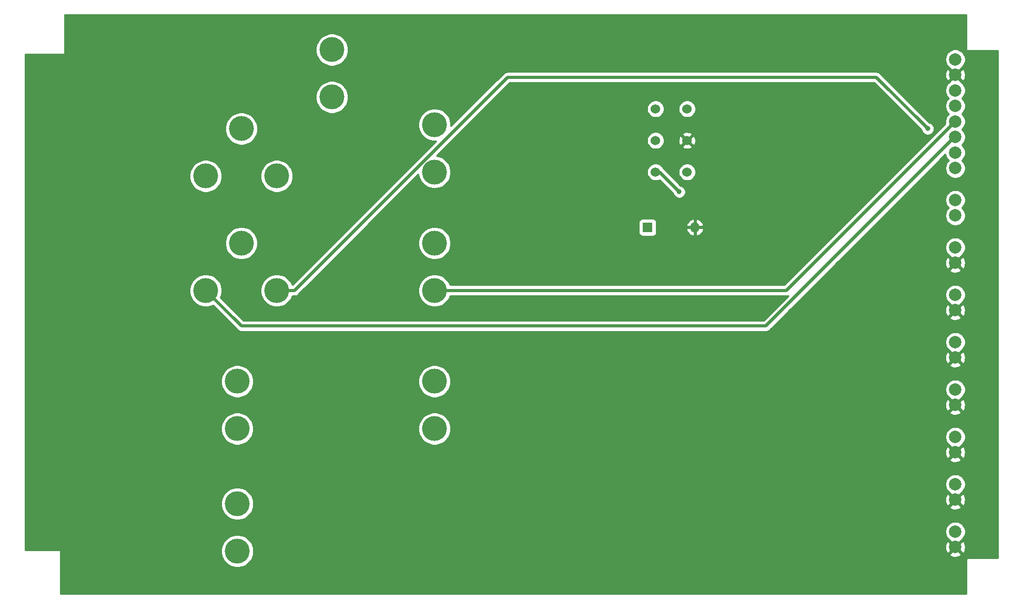
<source format=gbr>
G04 #@! TF.GenerationSoftware,KiCad,Pcbnew,(5.1.4)-1*
G04 #@! TF.CreationDate,2019-09-08T21:38:06+01:00*
G04 #@! TF.ProjectId,powerBoard,706f7765-7242-46f6-9172-642e6b696361,rev?*
G04 #@! TF.SameCoordinates,Original*
G04 #@! TF.FileFunction,Copper,L2,Bot*
G04 #@! TF.FilePolarity,Positive*
%FSLAX46Y46*%
G04 Gerber Fmt 4.6, Leading zero omitted, Abs format (unit mm)*
G04 Created by KiCad (PCBNEW (5.1.4)-1) date 2019-09-08 21:38:06*
%MOMM*%
%LPD*%
G04 APERTURE LIST*
%ADD10R,1.600000X1.600000*%
%ADD11O,1.600000X1.600000*%
%ADD12C,1.524000*%
%ADD13C,4.000500*%
%ADD14C,2.000000*%
%ADD15C,0.800000*%
%ADD16C,0.500000*%
%ADD17C,0.254000*%
G04 APERTURE END LIST*
D10*
X156680000Y-82700000D03*
D11*
X164300000Y-82700000D03*
D12*
X157950000Y-63650000D03*
X157950000Y-68730000D03*
X157950000Y-73810000D03*
X163030000Y-73810000D03*
X163030000Y-68730000D03*
X163030000Y-63650000D03*
D13*
X122390000Y-115085000D03*
X90640000Y-134770000D03*
X85560000Y-92860000D03*
X85560000Y-74445000D03*
X122390000Y-107465000D03*
X90640000Y-107465000D03*
X122390000Y-66190000D03*
X105880000Y-54125000D03*
X91275000Y-66825000D03*
X91275000Y-85240000D03*
X96990000Y-92860000D03*
X105880000Y-61745000D03*
X122390000Y-85240000D03*
X122390000Y-92860000D03*
X90640000Y-127150000D03*
X96990000Y-74445000D03*
X122390000Y-73810000D03*
X90640000Y-115085000D03*
D14*
X206210000Y-73175000D03*
X206210000Y-70675000D03*
X206210000Y-68175000D03*
X206210000Y-65675000D03*
X206210000Y-63175000D03*
X206210000Y-58175000D03*
X206210000Y-55675000D03*
X206210000Y-60675000D03*
X206210000Y-80795000D03*
X206210000Y-78295000D03*
X206210000Y-88415000D03*
X206210000Y-85915000D03*
X206210000Y-93535000D03*
X206210000Y-96035000D03*
X206210000Y-103655000D03*
X206210000Y-101155000D03*
X206210000Y-108775000D03*
X206210000Y-111275000D03*
X206210000Y-118895000D03*
X206210000Y-116395000D03*
X206210000Y-124015000D03*
X206210000Y-126515000D03*
X206210000Y-131635000D03*
X206210000Y-134135000D03*
D15*
X157950000Y-73810000D03*
X161760000Y-76985000D03*
X201765000Y-66825000D03*
D16*
X158585000Y-73810000D02*
X157950000Y-73810000D01*
X161760000Y-76985000D02*
X158585000Y-73810000D01*
X201765000Y-66825000D02*
X193510000Y-58570000D01*
X134108780Y-58570000D02*
X193510000Y-58570000D01*
X99818780Y-92860000D02*
X134108780Y-58570000D01*
X96990000Y-92860000D02*
X99818780Y-92860000D01*
X206130000Y-68175000D02*
X206210000Y-68175000D01*
X175730000Y-98575000D02*
X206130000Y-68175000D01*
X91275000Y-98575000D02*
X175730000Y-98575000D01*
X85560000Y-92860000D02*
X91275000Y-98575000D01*
X179025000Y-92860000D02*
X206210000Y-65675000D01*
X122390000Y-92860000D02*
X179025000Y-92860000D01*
D17*
G36*
X207988000Y-54125000D02*
G01*
X207990440Y-54149776D01*
X207997667Y-54173601D01*
X208009403Y-54195557D01*
X208025197Y-54214803D01*
X208044443Y-54230597D01*
X208066399Y-54242333D01*
X208090224Y-54249560D01*
X208115000Y-54252000D01*
X213068000Y-54252000D01*
X213068000Y-135913000D01*
X208115000Y-135913000D01*
X208090224Y-135915440D01*
X208066399Y-135922667D01*
X208044443Y-135934403D01*
X208025197Y-135950197D01*
X208009403Y-135969443D01*
X207997667Y-135991399D01*
X207990440Y-136015224D01*
X207988000Y-136040000D01*
X207988000Y-141628000D01*
X62192000Y-141628000D01*
X62192000Y-134770000D01*
X62189560Y-134745224D01*
X62182333Y-134721399D01*
X62170597Y-134699443D01*
X62154803Y-134680197D01*
X62135557Y-134664403D01*
X62113601Y-134652667D01*
X62089776Y-134645440D01*
X62065000Y-134643000D01*
X56477000Y-134643000D01*
X56477000Y-134510451D01*
X88004750Y-134510451D01*
X88004750Y-135029549D01*
X88106021Y-135538674D01*
X88304672Y-136018259D01*
X88593068Y-136449874D01*
X88960126Y-136816932D01*
X89391741Y-137105328D01*
X89871326Y-137303979D01*
X90380451Y-137405250D01*
X90899549Y-137405250D01*
X91408674Y-137303979D01*
X91888259Y-137105328D01*
X92319874Y-136816932D01*
X92686932Y-136449874D01*
X92975328Y-136018259D01*
X93173979Y-135538674D01*
X93227339Y-135270413D01*
X205254192Y-135270413D01*
X205349956Y-135534814D01*
X205639571Y-135675704D01*
X205951108Y-135757384D01*
X206272595Y-135776718D01*
X206591675Y-135732961D01*
X206896088Y-135627795D01*
X207070044Y-135534814D01*
X207165808Y-135270413D01*
X206210000Y-134314605D01*
X205254192Y-135270413D01*
X93227339Y-135270413D01*
X93275250Y-135029549D01*
X93275250Y-134510451D01*
X93213020Y-134197595D01*
X204568282Y-134197595D01*
X204612039Y-134516675D01*
X204717205Y-134821088D01*
X204810186Y-134995044D01*
X205074587Y-135090808D01*
X206030395Y-134135000D01*
X206389605Y-134135000D01*
X207345413Y-135090808D01*
X207609814Y-134995044D01*
X207750704Y-134705429D01*
X207832384Y-134393892D01*
X207851718Y-134072405D01*
X207807961Y-133753325D01*
X207702795Y-133448912D01*
X207609814Y-133274956D01*
X207345413Y-133179192D01*
X206389605Y-134135000D01*
X206030395Y-134135000D01*
X205074587Y-133179192D01*
X204810186Y-133274956D01*
X204669296Y-133564571D01*
X204587616Y-133876108D01*
X204568282Y-134197595D01*
X93213020Y-134197595D01*
X93173979Y-134001326D01*
X92975328Y-133521741D01*
X92686932Y-133090126D01*
X92319874Y-132723068D01*
X91888259Y-132434672D01*
X91408674Y-132236021D01*
X90899549Y-132134750D01*
X90380451Y-132134750D01*
X89871326Y-132236021D01*
X89391741Y-132434672D01*
X88960126Y-132723068D01*
X88593068Y-133090126D01*
X88304672Y-133521741D01*
X88106021Y-134001326D01*
X88004750Y-134510451D01*
X56477000Y-134510451D01*
X56477000Y-131473967D01*
X204575000Y-131473967D01*
X204575000Y-131796033D01*
X204637832Y-132111912D01*
X204761082Y-132409463D01*
X204940013Y-132677252D01*
X205167748Y-132904987D01*
X205264935Y-132969925D01*
X205254192Y-132999587D01*
X206210000Y-133955395D01*
X207165808Y-132999587D01*
X207155065Y-132969925D01*
X207252252Y-132904987D01*
X207479987Y-132677252D01*
X207658918Y-132409463D01*
X207782168Y-132111912D01*
X207845000Y-131796033D01*
X207845000Y-131473967D01*
X207782168Y-131158088D01*
X207658918Y-130860537D01*
X207479987Y-130592748D01*
X207252252Y-130365013D01*
X206984463Y-130186082D01*
X206686912Y-130062832D01*
X206371033Y-130000000D01*
X206048967Y-130000000D01*
X205733088Y-130062832D01*
X205435537Y-130186082D01*
X205167748Y-130365013D01*
X204940013Y-130592748D01*
X204761082Y-130860537D01*
X204637832Y-131158088D01*
X204575000Y-131473967D01*
X56477000Y-131473967D01*
X56477000Y-126890451D01*
X88004750Y-126890451D01*
X88004750Y-127409549D01*
X88106021Y-127918674D01*
X88304672Y-128398259D01*
X88593068Y-128829874D01*
X88960126Y-129196932D01*
X89391741Y-129485328D01*
X89871326Y-129683979D01*
X90380451Y-129785250D01*
X90899549Y-129785250D01*
X91408674Y-129683979D01*
X91888259Y-129485328D01*
X92319874Y-129196932D01*
X92686932Y-128829874D01*
X92975328Y-128398259D01*
X93173979Y-127918674D01*
X93227339Y-127650413D01*
X205254192Y-127650413D01*
X205349956Y-127914814D01*
X205639571Y-128055704D01*
X205951108Y-128137384D01*
X206272595Y-128156718D01*
X206591675Y-128112961D01*
X206896088Y-128007795D01*
X207070044Y-127914814D01*
X207165808Y-127650413D01*
X206210000Y-126694605D01*
X205254192Y-127650413D01*
X93227339Y-127650413D01*
X93275250Y-127409549D01*
X93275250Y-126890451D01*
X93213020Y-126577595D01*
X204568282Y-126577595D01*
X204612039Y-126896675D01*
X204717205Y-127201088D01*
X204810186Y-127375044D01*
X205074587Y-127470808D01*
X206030395Y-126515000D01*
X206389605Y-126515000D01*
X207345413Y-127470808D01*
X207609814Y-127375044D01*
X207750704Y-127085429D01*
X207832384Y-126773892D01*
X207851718Y-126452405D01*
X207807961Y-126133325D01*
X207702795Y-125828912D01*
X207609814Y-125654956D01*
X207345413Y-125559192D01*
X206389605Y-126515000D01*
X206030395Y-126515000D01*
X205074587Y-125559192D01*
X204810186Y-125654956D01*
X204669296Y-125944571D01*
X204587616Y-126256108D01*
X204568282Y-126577595D01*
X93213020Y-126577595D01*
X93173979Y-126381326D01*
X92975328Y-125901741D01*
X92686932Y-125470126D01*
X92319874Y-125103068D01*
X91888259Y-124814672D01*
X91408674Y-124616021D01*
X90899549Y-124514750D01*
X90380451Y-124514750D01*
X89871326Y-124616021D01*
X89391741Y-124814672D01*
X88960126Y-125103068D01*
X88593068Y-125470126D01*
X88304672Y-125901741D01*
X88106021Y-126381326D01*
X88004750Y-126890451D01*
X56477000Y-126890451D01*
X56477000Y-123853967D01*
X204575000Y-123853967D01*
X204575000Y-124176033D01*
X204637832Y-124491912D01*
X204761082Y-124789463D01*
X204940013Y-125057252D01*
X205167748Y-125284987D01*
X205264935Y-125349925D01*
X205254192Y-125379587D01*
X206210000Y-126335395D01*
X207165808Y-125379587D01*
X207155065Y-125349925D01*
X207252252Y-125284987D01*
X207479987Y-125057252D01*
X207658918Y-124789463D01*
X207782168Y-124491912D01*
X207845000Y-124176033D01*
X207845000Y-123853967D01*
X207782168Y-123538088D01*
X207658918Y-123240537D01*
X207479987Y-122972748D01*
X207252252Y-122745013D01*
X206984463Y-122566082D01*
X206686912Y-122442832D01*
X206371033Y-122380000D01*
X206048967Y-122380000D01*
X205733088Y-122442832D01*
X205435537Y-122566082D01*
X205167748Y-122745013D01*
X204940013Y-122972748D01*
X204761082Y-123240537D01*
X204637832Y-123538088D01*
X204575000Y-123853967D01*
X56477000Y-123853967D01*
X56477000Y-120030413D01*
X205254192Y-120030413D01*
X205349956Y-120294814D01*
X205639571Y-120435704D01*
X205951108Y-120517384D01*
X206272595Y-120536718D01*
X206591675Y-120492961D01*
X206896088Y-120387795D01*
X207070044Y-120294814D01*
X207165808Y-120030413D01*
X206210000Y-119074605D01*
X205254192Y-120030413D01*
X56477000Y-120030413D01*
X56477000Y-118957595D01*
X204568282Y-118957595D01*
X204612039Y-119276675D01*
X204717205Y-119581088D01*
X204810186Y-119755044D01*
X205074587Y-119850808D01*
X206030395Y-118895000D01*
X206389605Y-118895000D01*
X207345413Y-119850808D01*
X207609814Y-119755044D01*
X207750704Y-119465429D01*
X207832384Y-119153892D01*
X207851718Y-118832405D01*
X207807961Y-118513325D01*
X207702795Y-118208912D01*
X207609814Y-118034956D01*
X207345413Y-117939192D01*
X206389605Y-118895000D01*
X206030395Y-118895000D01*
X205074587Y-117939192D01*
X204810186Y-118034956D01*
X204669296Y-118324571D01*
X204587616Y-118636108D01*
X204568282Y-118957595D01*
X56477000Y-118957595D01*
X56477000Y-114825451D01*
X88004750Y-114825451D01*
X88004750Y-115344549D01*
X88106021Y-115853674D01*
X88304672Y-116333259D01*
X88593068Y-116764874D01*
X88960126Y-117131932D01*
X89391741Y-117420328D01*
X89871326Y-117618979D01*
X90380451Y-117720250D01*
X90899549Y-117720250D01*
X91408674Y-117618979D01*
X91888259Y-117420328D01*
X92319874Y-117131932D01*
X92686932Y-116764874D01*
X92975328Y-116333259D01*
X93173979Y-115853674D01*
X93275250Y-115344549D01*
X93275250Y-114825451D01*
X119754750Y-114825451D01*
X119754750Y-115344549D01*
X119856021Y-115853674D01*
X120054672Y-116333259D01*
X120343068Y-116764874D01*
X120710126Y-117131932D01*
X121141741Y-117420328D01*
X121621326Y-117618979D01*
X122130451Y-117720250D01*
X122649549Y-117720250D01*
X123158674Y-117618979D01*
X123638259Y-117420328D01*
X124069874Y-117131932D01*
X124436932Y-116764874D01*
X124725328Y-116333259D01*
X124766456Y-116233967D01*
X204575000Y-116233967D01*
X204575000Y-116556033D01*
X204637832Y-116871912D01*
X204761082Y-117169463D01*
X204940013Y-117437252D01*
X205167748Y-117664987D01*
X205264935Y-117729925D01*
X205254192Y-117759587D01*
X206210000Y-118715395D01*
X207165808Y-117759587D01*
X207155065Y-117729925D01*
X207252252Y-117664987D01*
X207479987Y-117437252D01*
X207658918Y-117169463D01*
X207782168Y-116871912D01*
X207845000Y-116556033D01*
X207845000Y-116233967D01*
X207782168Y-115918088D01*
X207658918Y-115620537D01*
X207479987Y-115352748D01*
X207252252Y-115125013D01*
X206984463Y-114946082D01*
X206686912Y-114822832D01*
X206371033Y-114760000D01*
X206048967Y-114760000D01*
X205733088Y-114822832D01*
X205435537Y-114946082D01*
X205167748Y-115125013D01*
X204940013Y-115352748D01*
X204761082Y-115620537D01*
X204637832Y-115918088D01*
X204575000Y-116233967D01*
X124766456Y-116233967D01*
X124923979Y-115853674D01*
X125025250Y-115344549D01*
X125025250Y-114825451D01*
X124923979Y-114316326D01*
X124725328Y-113836741D01*
X124436932Y-113405126D01*
X124069874Y-113038068D01*
X123638259Y-112749672D01*
X123158674Y-112551021D01*
X122649549Y-112449750D01*
X122130451Y-112449750D01*
X121621326Y-112551021D01*
X121141741Y-112749672D01*
X120710126Y-113038068D01*
X120343068Y-113405126D01*
X120054672Y-113836741D01*
X119856021Y-114316326D01*
X119754750Y-114825451D01*
X93275250Y-114825451D01*
X93173979Y-114316326D01*
X92975328Y-113836741D01*
X92686932Y-113405126D01*
X92319874Y-113038068D01*
X91888259Y-112749672D01*
X91408674Y-112551021D01*
X90899549Y-112449750D01*
X90380451Y-112449750D01*
X89871326Y-112551021D01*
X89391741Y-112749672D01*
X88960126Y-113038068D01*
X88593068Y-113405126D01*
X88304672Y-113836741D01*
X88106021Y-114316326D01*
X88004750Y-114825451D01*
X56477000Y-114825451D01*
X56477000Y-112410413D01*
X205254192Y-112410413D01*
X205349956Y-112674814D01*
X205639571Y-112815704D01*
X205951108Y-112897384D01*
X206272595Y-112916718D01*
X206591675Y-112872961D01*
X206896088Y-112767795D01*
X207070044Y-112674814D01*
X207165808Y-112410413D01*
X206210000Y-111454605D01*
X205254192Y-112410413D01*
X56477000Y-112410413D01*
X56477000Y-111337595D01*
X204568282Y-111337595D01*
X204612039Y-111656675D01*
X204717205Y-111961088D01*
X204810186Y-112135044D01*
X205074587Y-112230808D01*
X206030395Y-111275000D01*
X206389605Y-111275000D01*
X207345413Y-112230808D01*
X207609814Y-112135044D01*
X207750704Y-111845429D01*
X207832384Y-111533892D01*
X207851718Y-111212405D01*
X207807961Y-110893325D01*
X207702795Y-110588912D01*
X207609814Y-110414956D01*
X207345413Y-110319192D01*
X206389605Y-111275000D01*
X206030395Y-111275000D01*
X205074587Y-110319192D01*
X204810186Y-110414956D01*
X204669296Y-110704571D01*
X204587616Y-111016108D01*
X204568282Y-111337595D01*
X56477000Y-111337595D01*
X56477000Y-107205451D01*
X88004750Y-107205451D01*
X88004750Y-107724549D01*
X88106021Y-108233674D01*
X88304672Y-108713259D01*
X88593068Y-109144874D01*
X88960126Y-109511932D01*
X89391741Y-109800328D01*
X89871326Y-109998979D01*
X90380451Y-110100250D01*
X90899549Y-110100250D01*
X91408674Y-109998979D01*
X91888259Y-109800328D01*
X92319874Y-109511932D01*
X92686932Y-109144874D01*
X92975328Y-108713259D01*
X93173979Y-108233674D01*
X93275250Y-107724549D01*
X93275250Y-107205451D01*
X119754750Y-107205451D01*
X119754750Y-107724549D01*
X119856021Y-108233674D01*
X120054672Y-108713259D01*
X120343068Y-109144874D01*
X120710126Y-109511932D01*
X121141741Y-109800328D01*
X121621326Y-109998979D01*
X122130451Y-110100250D01*
X122649549Y-110100250D01*
X123158674Y-109998979D01*
X123638259Y-109800328D01*
X124069874Y-109511932D01*
X124436932Y-109144874D01*
X124725328Y-108713259D01*
X124766456Y-108613967D01*
X204575000Y-108613967D01*
X204575000Y-108936033D01*
X204637832Y-109251912D01*
X204761082Y-109549463D01*
X204940013Y-109817252D01*
X205167748Y-110044987D01*
X205264935Y-110109925D01*
X205254192Y-110139587D01*
X206210000Y-111095395D01*
X207165808Y-110139587D01*
X207155065Y-110109925D01*
X207252252Y-110044987D01*
X207479987Y-109817252D01*
X207658918Y-109549463D01*
X207782168Y-109251912D01*
X207845000Y-108936033D01*
X207845000Y-108613967D01*
X207782168Y-108298088D01*
X207658918Y-108000537D01*
X207479987Y-107732748D01*
X207252252Y-107505013D01*
X206984463Y-107326082D01*
X206686912Y-107202832D01*
X206371033Y-107140000D01*
X206048967Y-107140000D01*
X205733088Y-107202832D01*
X205435537Y-107326082D01*
X205167748Y-107505013D01*
X204940013Y-107732748D01*
X204761082Y-108000537D01*
X204637832Y-108298088D01*
X204575000Y-108613967D01*
X124766456Y-108613967D01*
X124923979Y-108233674D01*
X125025250Y-107724549D01*
X125025250Y-107205451D01*
X124923979Y-106696326D01*
X124725328Y-106216741D01*
X124436932Y-105785126D01*
X124069874Y-105418068D01*
X123638259Y-105129672D01*
X123158674Y-104931021D01*
X122649549Y-104829750D01*
X122130451Y-104829750D01*
X121621326Y-104931021D01*
X121141741Y-105129672D01*
X120710126Y-105418068D01*
X120343068Y-105785126D01*
X120054672Y-106216741D01*
X119856021Y-106696326D01*
X119754750Y-107205451D01*
X93275250Y-107205451D01*
X93173979Y-106696326D01*
X92975328Y-106216741D01*
X92686932Y-105785126D01*
X92319874Y-105418068D01*
X91888259Y-105129672D01*
X91408674Y-104931021D01*
X90899549Y-104829750D01*
X90380451Y-104829750D01*
X89871326Y-104931021D01*
X89391741Y-105129672D01*
X88960126Y-105418068D01*
X88593068Y-105785126D01*
X88304672Y-106216741D01*
X88106021Y-106696326D01*
X88004750Y-107205451D01*
X56477000Y-107205451D01*
X56477000Y-104790413D01*
X205254192Y-104790413D01*
X205349956Y-105054814D01*
X205639571Y-105195704D01*
X205951108Y-105277384D01*
X206272595Y-105296718D01*
X206591675Y-105252961D01*
X206896088Y-105147795D01*
X207070044Y-105054814D01*
X207165808Y-104790413D01*
X206210000Y-103834605D01*
X205254192Y-104790413D01*
X56477000Y-104790413D01*
X56477000Y-103717595D01*
X204568282Y-103717595D01*
X204612039Y-104036675D01*
X204717205Y-104341088D01*
X204810186Y-104515044D01*
X205074587Y-104610808D01*
X206030395Y-103655000D01*
X206389605Y-103655000D01*
X207345413Y-104610808D01*
X207609814Y-104515044D01*
X207750704Y-104225429D01*
X207832384Y-103913892D01*
X207851718Y-103592405D01*
X207807961Y-103273325D01*
X207702795Y-102968912D01*
X207609814Y-102794956D01*
X207345413Y-102699192D01*
X206389605Y-103655000D01*
X206030395Y-103655000D01*
X205074587Y-102699192D01*
X204810186Y-102794956D01*
X204669296Y-103084571D01*
X204587616Y-103396108D01*
X204568282Y-103717595D01*
X56477000Y-103717595D01*
X56477000Y-100993967D01*
X204575000Y-100993967D01*
X204575000Y-101316033D01*
X204637832Y-101631912D01*
X204761082Y-101929463D01*
X204940013Y-102197252D01*
X205167748Y-102424987D01*
X205264935Y-102489925D01*
X205254192Y-102519587D01*
X206210000Y-103475395D01*
X207165808Y-102519587D01*
X207155065Y-102489925D01*
X207252252Y-102424987D01*
X207479987Y-102197252D01*
X207658918Y-101929463D01*
X207782168Y-101631912D01*
X207845000Y-101316033D01*
X207845000Y-100993967D01*
X207782168Y-100678088D01*
X207658918Y-100380537D01*
X207479987Y-100112748D01*
X207252252Y-99885013D01*
X206984463Y-99706082D01*
X206686912Y-99582832D01*
X206371033Y-99520000D01*
X206048967Y-99520000D01*
X205733088Y-99582832D01*
X205435537Y-99706082D01*
X205167748Y-99885013D01*
X204940013Y-100112748D01*
X204761082Y-100380537D01*
X204637832Y-100678088D01*
X204575000Y-100993967D01*
X56477000Y-100993967D01*
X56477000Y-92600451D01*
X82924750Y-92600451D01*
X82924750Y-93119549D01*
X83026021Y-93628674D01*
X83224672Y-94108259D01*
X83513068Y-94539874D01*
X83880126Y-94906932D01*
X84311741Y-95195328D01*
X84791326Y-95393979D01*
X85300451Y-95495250D01*
X85819549Y-95495250D01*
X86328674Y-95393979D01*
X86691933Y-95243512D01*
X90618470Y-99170049D01*
X90646183Y-99203817D01*
X90679951Y-99231530D01*
X90679953Y-99231532D01*
X90780941Y-99314411D01*
X90934686Y-99396589D01*
X91101510Y-99447195D01*
X91231523Y-99460000D01*
X91231531Y-99460000D01*
X91275000Y-99464281D01*
X91318469Y-99460000D01*
X175686531Y-99460000D01*
X175730000Y-99464281D01*
X175773469Y-99460000D01*
X175773477Y-99460000D01*
X175903490Y-99447195D01*
X176070313Y-99396589D01*
X176224059Y-99314411D01*
X176358817Y-99203817D01*
X176386534Y-99170044D01*
X178386165Y-97170413D01*
X205254192Y-97170413D01*
X205349956Y-97434814D01*
X205639571Y-97575704D01*
X205951108Y-97657384D01*
X206272595Y-97676718D01*
X206591675Y-97632961D01*
X206896088Y-97527795D01*
X207070044Y-97434814D01*
X207165808Y-97170413D01*
X206210000Y-96214605D01*
X205254192Y-97170413D01*
X178386165Y-97170413D01*
X179458983Y-96097595D01*
X204568282Y-96097595D01*
X204612039Y-96416675D01*
X204717205Y-96721088D01*
X204810186Y-96895044D01*
X205074587Y-96990808D01*
X206030395Y-96035000D01*
X206389605Y-96035000D01*
X207345413Y-96990808D01*
X207609814Y-96895044D01*
X207750704Y-96605429D01*
X207832384Y-96293892D01*
X207851718Y-95972405D01*
X207807961Y-95653325D01*
X207702795Y-95348912D01*
X207609814Y-95174956D01*
X207345413Y-95079192D01*
X206389605Y-96035000D01*
X206030395Y-96035000D01*
X205074587Y-95079192D01*
X204810186Y-95174956D01*
X204669296Y-95464571D01*
X204587616Y-95776108D01*
X204568282Y-96097595D01*
X179458983Y-96097595D01*
X182182611Y-93373967D01*
X204575000Y-93373967D01*
X204575000Y-93696033D01*
X204637832Y-94011912D01*
X204761082Y-94309463D01*
X204940013Y-94577252D01*
X205167748Y-94804987D01*
X205264935Y-94869925D01*
X205254192Y-94899587D01*
X206210000Y-95855395D01*
X207165808Y-94899587D01*
X207155065Y-94869925D01*
X207252252Y-94804987D01*
X207479987Y-94577252D01*
X207658918Y-94309463D01*
X207782168Y-94011912D01*
X207845000Y-93696033D01*
X207845000Y-93373967D01*
X207782168Y-93058088D01*
X207658918Y-92760537D01*
X207479987Y-92492748D01*
X207252252Y-92265013D01*
X206984463Y-92086082D01*
X206686912Y-91962832D01*
X206371033Y-91900000D01*
X206048967Y-91900000D01*
X205733088Y-91962832D01*
X205435537Y-92086082D01*
X205167748Y-92265013D01*
X204940013Y-92492748D01*
X204761082Y-92760537D01*
X204637832Y-93058088D01*
X204575000Y-93373967D01*
X182182611Y-93373967D01*
X186006165Y-89550413D01*
X205254192Y-89550413D01*
X205349956Y-89814814D01*
X205639571Y-89955704D01*
X205951108Y-90037384D01*
X206272595Y-90056718D01*
X206591675Y-90012961D01*
X206896088Y-89907795D01*
X207070044Y-89814814D01*
X207165808Y-89550413D01*
X206210000Y-88594605D01*
X205254192Y-89550413D01*
X186006165Y-89550413D01*
X187078983Y-88477595D01*
X204568282Y-88477595D01*
X204612039Y-88796675D01*
X204717205Y-89101088D01*
X204810186Y-89275044D01*
X205074587Y-89370808D01*
X206030395Y-88415000D01*
X206389605Y-88415000D01*
X207345413Y-89370808D01*
X207609814Y-89275044D01*
X207750704Y-88985429D01*
X207832384Y-88673892D01*
X207851718Y-88352405D01*
X207807961Y-88033325D01*
X207702795Y-87728912D01*
X207609814Y-87554956D01*
X207345413Y-87459192D01*
X206389605Y-88415000D01*
X206030395Y-88415000D01*
X205074587Y-87459192D01*
X204810186Y-87554956D01*
X204669296Y-87844571D01*
X204587616Y-88156108D01*
X204568282Y-88477595D01*
X187078983Y-88477595D01*
X189802611Y-85753967D01*
X204575000Y-85753967D01*
X204575000Y-86076033D01*
X204637832Y-86391912D01*
X204761082Y-86689463D01*
X204940013Y-86957252D01*
X205167748Y-87184987D01*
X205264935Y-87249925D01*
X205254192Y-87279587D01*
X206210000Y-88235395D01*
X207165808Y-87279587D01*
X207155065Y-87249925D01*
X207252252Y-87184987D01*
X207479987Y-86957252D01*
X207658918Y-86689463D01*
X207782168Y-86391912D01*
X207845000Y-86076033D01*
X207845000Y-85753967D01*
X207782168Y-85438088D01*
X207658918Y-85140537D01*
X207479987Y-84872748D01*
X207252252Y-84645013D01*
X206984463Y-84466082D01*
X206686912Y-84342832D01*
X206371033Y-84280000D01*
X206048967Y-84280000D01*
X205733088Y-84342832D01*
X205435537Y-84466082D01*
X205167748Y-84645013D01*
X204940013Y-84872748D01*
X204761082Y-85140537D01*
X204637832Y-85438088D01*
X204575000Y-85753967D01*
X189802611Y-85753967D01*
X197422611Y-78133967D01*
X204575000Y-78133967D01*
X204575000Y-78456033D01*
X204637832Y-78771912D01*
X204761082Y-79069463D01*
X204940013Y-79337252D01*
X205147761Y-79545000D01*
X204940013Y-79752748D01*
X204761082Y-80020537D01*
X204637832Y-80318088D01*
X204575000Y-80633967D01*
X204575000Y-80956033D01*
X204637832Y-81271912D01*
X204761082Y-81569463D01*
X204940013Y-81837252D01*
X205167748Y-82064987D01*
X205435537Y-82243918D01*
X205733088Y-82367168D01*
X206048967Y-82430000D01*
X206371033Y-82430000D01*
X206686912Y-82367168D01*
X206984463Y-82243918D01*
X207252252Y-82064987D01*
X207479987Y-81837252D01*
X207658918Y-81569463D01*
X207782168Y-81271912D01*
X207845000Y-80956033D01*
X207845000Y-80633967D01*
X207782168Y-80318088D01*
X207658918Y-80020537D01*
X207479987Y-79752748D01*
X207272239Y-79545000D01*
X207479987Y-79337252D01*
X207658918Y-79069463D01*
X207782168Y-78771912D01*
X207845000Y-78456033D01*
X207845000Y-78133967D01*
X207782168Y-77818088D01*
X207658918Y-77520537D01*
X207479987Y-77252748D01*
X207252252Y-77025013D01*
X206984463Y-76846082D01*
X206686912Y-76722832D01*
X206371033Y-76660000D01*
X206048967Y-76660000D01*
X205733088Y-76722832D01*
X205435537Y-76846082D01*
X205167748Y-77025013D01*
X204940013Y-77252748D01*
X204761082Y-77520537D01*
X204637832Y-77818088D01*
X204575000Y-78133967D01*
X197422611Y-78133967D01*
X204599148Y-70957431D01*
X204637832Y-71151912D01*
X204761082Y-71449463D01*
X204940013Y-71717252D01*
X205147761Y-71925000D01*
X204940013Y-72132748D01*
X204761082Y-72400537D01*
X204637832Y-72698088D01*
X204575000Y-73013967D01*
X204575000Y-73336033D01*
X204637832Y-73651912D01*
X204761082Y-73949463D01*
X204940013Y-74217252D01*
X205167748Y-74444987D01*
X205435537Y-74623918D01*
X205733088Y-74747168D01*
X206048967Y-74810000D01*
X206371033Y-74810000D01*
X206686912Y-74747168D01*
X206984463Y-74623918D01*
X207252252Y-74444987D01*
X207479987Y-74217252D01*
X207658918Y-73949463D01*
X207782168Y-73651912D01*
X207845000Y-73336033D01*
X207845000Y-73013967D01*
X207782168Y-72698088D01*
X207658918Y-72400537D01*
X207479987Y-72132748D01*
X207272239Y-71925000D01*
X207479987Y-71717252D01*
X207658918Y-71449463D01*
X207782168Y-71151912D01*
X207845000Y-70836033D01*
X207845000Y-70513967D01*
X207782168Y-70198088D01*
X207658918Y-69900537D01*
X207479987Y-69632748D01*
X207272239Y-69425000D01*
X207479987Y-69217252D01*
X207658918Y-68949463D01*
X207782168Y-68651912D01*
X207845000Y-68336033D01*
X207845000Y-68013967D01*
X207782168Y-67698088D01*
X207658918Y-67400537D01*
X207479987Y-67132748D01*
X207272239Y-66925000D01*
X207479987Y-66717252D01*
X207658918Y-66449463D01*
X207782168Y-66151912D01*
X207845000Y-65836033D01*
X207845000Y-65513967D01*
X207782168Y-65198088D01*
X207658918Y-64900537D01*
X207479987Y-64632748D01*
X207272239Y-64425000D01*
X207479987Y-64217252D01*
X207658918Y-63949463D01*
X207782168Y-63651912D01*
X207845000Y-63336033D01*
X207845000Y-63013967D01*
X207782168Y-62698088D01*
X207658918Y-62400537D01*
X207479987Y-62132748D01*
X207272239Y-61925000D01*
X207479987Y-61717252D01*
X207658918Y-61449463D01*
X207782168Y-61151912D01*
X207845000Y-60836033D01*
X207845000Y-60513967D01*
X207782168Y-60198088D01*
X207658918Y-59900537D01*
X207479987Y-59632748D01*
X207252252Y-59405013D01*
X207155065Y-59340075D01*
X207165808Y-59310413D01*
X206210000Y-58354605D01*
X205254192Y-59310413D01*
X205264935Y-59340075D01*
X205167748Y-59405013D01*
X204940013Y-59632748D01*
X204761082Y-59900537D01*
X204637832Y-60198088D01*
X204575000Y-60513967D01*
X204575000Y-60836033D01*
X204637832Y-61151912D01*
X204761082Y-61449463D01*
X204940013Y-61717252D01*
X205147761Y-61925000D01*
X204940013Y-62132748D01*
X204761082Y-62400537D01*
X204637832Y-62698088D01*
X204575000Y-63013967D01*
X204575000Y-63336033D01*
X204637832Y-63651912D01*
X204761082Y-63949463D01*
X204940013Y-64217252D01*
X205147761Y-64425000D01*
X204940013Y-64632748D01*
X204761082Y-64900537D01*
X204637832Y-65198088D01*
X204575000Y-65513967D01*
X204575000Y-65836033D01*
X204611896Y-66021525D01*
X178658422Y-91975000D01*
X124875795Y-91975000D01*
X124725328Y-91611741D01*
X124436932Y-91180126D01*
X124069874Y-90813068D01*
X123638259Y-90524672D01*
X123158674Y-90326021D01*
X122649549Y-90224750D01*
X122130451Y-90224750D01*
X121621326Y-90326021D01*
X121141741Y-90524672D01*
X120710126Y-90813068D01*
X120343068Y-91180126D01*
X120054672Y-91611741D01*
X119856021Y-92091326D01*
X119754750Y-92600451D01*
X119754750Y-93119549D01*
X119856021Y-93628674D01*
X120054672Y-94108259D01*
X120343068Y-94539874D01*
X120710126Y-94906932D01*
X121141741Y-95195328D01*
X121621326Y-95393979D01*
X122130451Y-95495250D01*
X122649549Y-95495250D01*
X123158674Y-95393979D01*
X123638259Y-95195328D01*
X124069874Y-94906932D01*
X124436932Y-94539874D01*
X124725328Y-94108259D01*
X124875795Y-93745000D01*
X178981531Y-93745000D01*
X179025000Y-93749281D01*
X179068469Y-93745000D01*
X179068477Y-93745000D01*
X179198490Y-93732195D01*
X179365313Y-93681589D01*
X179379319Y-93674103D01*
X175363422Y-97690000D01*
X91641579Y-97690000D01*
X87943512Y-93991933D01*
X88093979Y-93628674D01*
X88195250Y-93119549D01*
X88195250Y-92600451D01*
X94354750Y-92600451D01*
X94354750Y-93119549D01*
X94456021Y-93628674D01*
X94654672Y-94108259D01*
X94943068Y-94539874D01*
X95310126Y-94906932D01*
X95741741Y-95195328D01*
X96221326Y-95393979D01*
X96730451Y-95495250D01*
X97249549Y-95495250D01*
X97758674Y-95393979D01*
X98238259Y-95195328D01*
X98669874Y-94906932D01*
X99036932Y-94539874D01*
X99325328Y-94108259D01*
X99475795Y-93745000D01*
X99775311Y-93745000D01*
X99818780Y-93749281D01*
X99862249Y-93745000D01*
X99862257Y-93745000D01*
X99992270Y-93732195D01*
X100159093Y-93681589D01*
X100312839Y-93599411D01*
X100447597Y-93488817D01*
X100475314Y-93455044D01*
X108949907Y-84980451D01*
X119754750Y-84980451D01*
X119754750Y-85499549D01*
X119856021Y-86008674D01*
X120054672Y-86488259D01*
X120343068Y-86919874D01*
X120710126Y-87286932D01*
X121141741Y-87575328D01*
X121621326Y-87773979D01*
X122130451Y-87875250D01*
X122649549Y-87875250D01*
X123158674Y-87773979D01*
X123638259Y-87575328D01*
X124069874Y-87286932D01*
X124436932Y-86919874D01*
X124725328Y-86488259D01*
X124923979Y-86008674D01*
X125025250Y-85499549D01*
X125025250Y-84980451D01*
X124923979Y-84471326D01*
X124725328Y-83991741D01*
X124436932Y-83560126D01*
X124069874Y-83193068D01*
X123638259Y-82904672D01*
X123158674Y-82706021D01*
X122649549Y-82604750D01*
X122130451Y-82604750D01*
X121621326Y-82706021D01*
X121141741Y-82904672D01*
X120710126Y-83193068D01*
X120343068Y-83560126D01*
X120054672Y-83991741D01*
X119856021Y-84471326D01*
X119754750Y-84980451D01*
X108949907Y-84980451D01*
X112030358Y-81900000D01*
X155241928Y-81900000D01*
X155241928Y-83500000D01*
X155254188Y-83624482D01*
X155290498Y-83744180D01*
X155349463Y-83854494D01*
X155428815Y-83951185D01*
X155525506Y-84030537D01*
X155635820Y-84089502D01*
X155755518Y-84125812D01*
X155880000Y-84138072D01*
X157480000Y-84138072D01*
X157604482Y-84125812D01*
X157724180Y-84089502D01*
X157834494Y-84030537D01*
X157931185Y-83951185D01*
X158010537Y-83854494D01*
X158069502Y-83744180D01*
X158105812Y-83624482D01*
X158118072Y-83500000D01*
X158118072Y-83049039D01*
X162908096Y-83049039D01*
X162948754Y-83183087D01*
X163068963Y-83437420D01*
X163236481Y-83663414D01*
X163444869Y-83852385D01*
X163686119Y-83997070D01*
X163950960Y-84091909D01*
X164173000Y-83970624D01*
X164173000Y-82827000D01*
X164427000Y-82827000D01*
X164427000Y-83970624D01*
X164649040Y-84091909D01*
X164913881Y-83997070D01*
X165155131Y-83852385D01*
X165363519Y-83663414D01*
X165531037Y-83437420D01*
X165651246Y-83183087D01*
X165691904Y-83049039D01*
X165569915Y-82827000D01*
X164427000Y-82827000D01*
X164173000Y-82827000D01*
X163030085Y-82827000D01*
X162908096Y-83049039D01*
X158118072Y-83049039D01*
X158118072Y-82350961D01*
X162908096Y-82350961D01*
X163030085Y-82573000D01*
X164173000Y-82573000D01*
X164173000Y-81429376D01*
X164427000Y-81429376D01*
X164427000Y-82573000D01*
X165569915Y-82573000D01*
X165691904Y-82350961D01*
X165651246Y-82216913D01*
X165531037Y-81962580D01*
X165363519Y-81736586D01*
X165155131Y-81547615D01*
X164913881Y-81402930D01*
X164649040Y-81308091D01*
X164427000Y-81429376D01*
X164173000Y-81429376D01*
X163950960Y-81308091D01*
X163686119Y-81402930D01*
X163444869Y-81547615D01*
X163236481Y-81736586D01*
X163068963Y-81962580D01*
X162948754Y-82216913D01*
X162908096Y-82350961D01*
X158118072Y-82350961D01*
X158118072Y-81900000D01*
X158105812Y-81775518D01*
X158069502Y-81655820D01*
X158010537Y-81545506D01*
X157931185Y-81448815D01*
X157834494Y-81369463D01*
X157724180Y-81310498D01*
X157604482Y-81274188D01*
X157480000Y-81261928D01*
X155880000Y-81261928D01*
X155755518Y-81274188D01*
X155635820Y-81310498D01*
X155525506Y-81369463D01*
X155428815Y-81448815D01*
X155349463Y-81545506D01*
X155290498Y-81655820D01*
X155254188Y-81775518D01*
X155241928Y-81900000D01*
X112030358Y-81900000D01*
X119772346Y-74158012D01*
X119856021Y-74578674D01*
X120054672Y-75058259D01*
X120343068Y-75489874D01*
X120710126Y-75856932D01*
X121141741Y-76145328D01*
X121621326Y-76343979D01*
X122130451Y-76445250D01*
X122649549Y-76445250D01*
X123158674Y-76343979D01*
X123638259Y-76145328D01*
X124069874Y-75856932D01*
X124436932Y-75489874D01*
X124725328Y-75058259D01*
X124923979Y-74578674D01*
X125025250Y-74069549D01*
X125025250Y-73672408D01*
X156553000Y-73672408D01*
X156553000Y-73947592D01*
X156606686Y-74217490D01*
X156711995Y-74471727D01*
X156864880Y-74700535D01*
X157059465Y-74895120D01*
X157288273Y-75048005D01*
X157542510Y-75153314D01*
X157812408Y-75207000D01*
X158087592Y-75207000D01*
X158357490Y-75153314D01*
X158583231Y-75059809D01*
X160753465Y-77230044D01*
X160764774Y-77286898D01*
X160842795Y-77475256D01*
X160956063Y-77644774D01*
X161100226Y-77788937D01*
X161269744Y-77902205D01*
X161458102Y-77980226D01*
X161658061Y-78020000D01*
X161861939Y-78020000D01*
X162061898Y-77980226D01*
X162250256Y-77902205D01*
X162419774Y-77788937D01*
X162563937Y-77644774D01*
X162677205Y-77475256D01*
X162755226Y-77286898D01*
X162795000Y-77086939D01*
X162795000Y-76883061D01*
X162755226Y-76683102D01*
X162677205Y-76494744D01*
X162563937Y-76325226D01*
X162419774Y-76181063D01*
X162250256Y-76067795D01*
X162061898Y-75989774D01*
X162005044Y-75978465D01*
X159698987Y-73672408D01*
X161633000Y-73672408D01*
X161633000Y-73947592D01*
X161686686Y-74217490D01*
X161791995Y-74471727D01*
X161944880Y-74700535D01*
X162139465Y-74895120D01*
X162368273Y-75048005D01*
X162622510Y-75153314D01*
X162892408Y-75207000D01*
X163167592Y-75207000D01*
X163437490Y-75153314D01*
X163691727Y-75048005D01*
X163920535Y-74895120D01*
X164115120Y-74700535D01*
X164268005Y-74471727D01*
X164373314Y-74217490D01*
X164427000Y-73947592D01*
X164427000Y-73672408D01*
X164373314Y-73402510D01*
X164268005Y-73148273D01*
X164115120Y-72919465D01*
X163920535Y-72724880D01*
X163691727Y-72571995D01*
X163437490Y-72466686D01*
X163167592Y-72413000D01*
X162892408Y-72413000D01*
X162622510Y-72466686D01*
X162368273Y-72571995D01*
X162139465Y-72724880D01*
X161944880Y-72919465D01*
X161791995Y-73148273D01*
X161686686Y-73402510D01*
X161633000Y-73672408D01*
X159698987Y-73672408D01*
X159241534Y-73214956D01*
X159213817Y-73181183D01*
X159195364Y-73166039D01*
X159188005Y-73148273D01*
X159035120Y-72919465D01*
X158840535Y-72724880D01*
X158611727Y-72571995D01*
X158357490Y-72466686D01*
X158087592Y-72413000D01*
X157812408Y-72413000D01*
X157542510Y-72466686D01*
X157288273Y-72571995D01*
X157059465Y-72724880D01*
X156864880Y-72919465D01*
X156711995Y-73148273D01*
X156606686Y-73402510D01*
X156553000Y-73672408D01*
X125025250Y-73672408D01*
X125025250Y-73550451D01*
X124923979Y-73041326D01*
X124725328Y-72561741D01*
X124436932Y-72130126D01*
X124069874Y-71763068D01*
X123638259Y-71474672D01*
X123158674Y-71276021D01*
X122738012Y-71192346D01*
X125337950Y-68592408D01*
X156553000Y-68592408D01*
X156553000Y-68867592D01*
X156606686Y-69137490D01*
X156711995Y-69391727D01*
X156864880Y-69620535D01*
X157059465Y-69815120D01*
X157288273Y-69968005D01*
X157542510Y-70073314D01*
X157812408Y-70127000D01*
X158087592Y-70127000D01*
X158357490Y-70073314D01*
X158611727Y-69968005D01*
X158840535Y-69815120D01*
X158960090Y-69695565D01*
X162244040Y-69695565D01*
X162311020Y-69935656D01*
X162560048Y-70052756D01*
X162827135Y-70119023D01*
X163102017Y-70131910D01*
X163374133Y-70090922D01*
X163633023Y-69997636D01*
X163748980Y-69935656D01*
X163815960Y-69695565D01*
X163030000Y-68909605D01*
X162244040Y-69695565D01*
X158960090Y-69695565D01*
X159035120Y-69620535D01*
X159188005Y-69391727D01*
X159293314Y-69137490D01*
X159347000Y-68867592D01*
X159347000Y-68802017D01*
X161628090Y-68802017D01*
X161669078Y-69074133D01*
X161762364Y-69333023D01*
X161824344Y-69448980D01*
X162064435Y-69515960D01*
X162850395Y-68730000D01*
X163209605Y-68730000D01*
X163995565Y-69515960D01*
X164235656Y-69448980D01*
X164352756Y-69199952D01*
X164419023Y-68932865D01*
X164431910Y-68657983D01*
X164390922Y-68385867D01*
X164297636Y-68126977D01*
X164235656Y-68011020D01*
X163995565Y-67944040D01*
X163209605Y-68730000D01*
X162850395Y-68730000D01*
X162064435Y-67944040D01*
X161824344Y-68011020D01*
X161707244Y-68260048D01*
X161640977Y-68527135D01*
X161628090Y-68802017D01*
X159347000Y-68802017D01*
X159347000Y-68592408D01*
X159293314Y-68322510D01*
X159188005Y-68068273D01*
X159035120Y-67839465D01*
X158960090Y-67764435D01*
X162244040Y-67764435D01*
X163030000Y-68550395D01*
X163815960Y-67764435D01*
X163748980Y-67524344D01*
X163499952Y-67407244D01*
X163232865Y-67340977D01*
X162957983Y-67328090D01*
X162685867Y-67369078D01*
X162426977Y-67462364D01*
X162311020Y-67524344D01*
X162244040Y-67764435D01*
X158960090Y-67764435D01*
X158840535Y-67644880D01*
X158611727Y-67491995D01*
X158357490Y-67386686D01*
X158087592Y-67333000D01*
X157812408Y-67333000D01*
X157542510Y-67386686D01*
X157288273Y-67491995D01*
X157059465Y-67644880D01*
X156864880Y-67839465D01*
X156711995Y-68068273D01*
X156606686Y-68322510D01*
X156553000Y-68592408D01*
X125337950Y-68592408D01*
X130417950Y-63512408D01*
X156553000Y-63512408D01*
X156553000Y-63787592D01*
X156606686Y-64057490D01*
X156711995Y-64311727D01*
X156864880Y-64540535D01*
X157059465Y-64735120D01*
X157288273Y-64888005D01*
X157542510Y-64993314D01*
X157812408Y-65047000D01*
X158087592Y-65047000D01*
X158357490Y-64993314D01*
X158611727Y-64888005D01*
X158840535Y-64735120D01*
X159035120Y-64540535D01*
X159188005Y-64311727D01*
X159293314Y-64057490D01*
X159347000Y-63787592D01*
X159347000Y-63512408D01*
X161633000Y-63512408D01*
X161633000Y-63787592D01*
X161686686Y-64057490D01*
X161791995Y-64311727D01*
X161944880Y-64540535D01*
X162139465Y-64735120D01*
X162368273Y-64888005D01*
X162622510Y-64993314D01*
X162892408Y-65047000D01*
X163167592Y-65047000D01*
X163437490Y-64993314D01*
X163691727Y-64888005D01*
X163920535Y-64735120D01*
X164115120Y-64540535D01*
X164268005Y-64311727D01*
X164373314Y-64057490D01*
X164427000Y-63787592D01*
X164427000Y-63512408D01*
X164373314Y-63242510D01*
X164268005Y-62988273D01*
X164115120Y-62759465D01*
X163920535Y-62564880D01*
X163691727Y-62411995D01*
X163437490Y-62306686D01*
X163167592Y-62253000D01*
X162892408Y-62253000D01*
X162622510Y-62306686D01*
X162368273Y-62411995D01*
X162139465Y-62564880D01*
X161944880Y-62759465D01*
X161791995Y-62988273D01*
X161686686Y-63242510D01*
X161633000Y-63512408D01*
X159347000Y-63512408D01*
X159293314Y-63242510D01*
X159188005Y-62988273D01*
X159035120Y-62759465D01*
X158840535Y-62564880D01*
X158611727Y-62411995D01*
X158357490Y-62306686D01*
X158087592Y-62253000D01*
X157812408Y-62253000D01*
X157542510Y-62306686D01*
X157288273Y-62411995D01*
X157059465Y-62564880D01*
X156864880Y-62759465D01*
X156711995Y-62988273D01*
X156606686Y-63242510D01*
X156553000Y-63512408D01*
X130417950Y-63512408D01*
X134475359Y-59455000D01*
X193143422Y-59455000D01*
X200758465Y-67070044D01*
X200769774Y-67126898D01*
X200847795Y-67315256D01*
X200961063Y-67484774D01*
X201105226Y-67628937D01*
X201274744Y-67742205D01*
X201463102Y-67820226D01*
X201663061Y-67860000D01*
X201866939Y-67860000D01*
X202066898Y-67820226D01*
X202255256Y-67742205D01*
X202424774Y-67628937D01*
X202568937Y-67484774D01*
X202682205Y-67315256D01*
X202760226Y-67126898D01*
X202800000Y-66926939D01*
X202800000Y-66723061D01*
X202760226Y-66523102D01*
X202682205Y-66334744D01*
X202568937Y-66165226D01*
X202424774Y-66021063D01*
X202255256Y-65907795D01*
X202066898Y-65829774D01*
X202010044Y-65818465D01*
X194429174Y-58237595D01*
X204568282Y-58237595D01*
X204612039Y-58556675D01*
X204717205Y-58861088D01*
X204810186Y-59035044D01*
X205074587Y-59130808D01*
X206030395Y-58175000D01*
X206389605Y-58175000D01*
X207345413Y-59130808D01*
X207609814Y-59035044D01*
X207750704Y-58745429D01*
X207832384Y-58433892D01*
X207851718Y-58112405D01*
X207807961Y-57793325D01*
X207702795Y-57488912D01*
X207609814Y-57314956D01*
X207345413Y-57219192D01*
X206389605Y-58175000D01*
X206030395Y-58175000D01*
X205074587Y-57219192D01*
X204810186Y-57314956D01*
X204669296Y-57604571D01*
X204587616Y-57916108D01*
X204568282Y-58237595D01*
X194429174Y-58237595D01*
X194166534Y-57974956D01*
X194138817Y-57941183D01*
X194004059Y-57830589D01*
X193850313Y-57748411D01*
X193683490Y-57697805D01*
X193553477Y-57685000D01*
X193553469Y-57685000D01*
X193510000Y-57680719D01*
X193466531Y-57685000D01*
X134152246Y-57685000D01*
X134108779Y-57680719D01*
X134065313Y-57685000D01*
X134065303Y-57685000D01*
X133935290Y-57697805D01*
X133768467Y-57748411D01*
X133614721Y-57830589D01*
X133614719Y-57830590D01*
X133614720Y-57830590D01*
X133513733Y-57913468D01*
X133513731Y-57913470D01*
X133479963Y-57941183D01*
X133452250Y-57974951D01*
X125025250Y-66401951D01*
X125025250Y-65930451D01*
X124923979Y-65421326D01*
X124725328Y-64941741D01*
X124436932Y-64510126D01*
X124069874Y-64143068D01*
X123638259Y-63854672D01*
X123158674Y-63656021D01*
X122649549Y-63554750D01*
X122130451Y-63554750D01*
X121621326Y-63656021D01*
X121141741Y-63854672D01*
X120710126Y-64143068D01*
X120343068Y-64510126D01*
X120054672Y-64941741D01*
X119856021Y-65421326D01*
X119754750Y-65930451D01*
X119754750Y-66449549D01*
X119856021Y-66958674D01*
X120054672Y-67438259D01*
X120343068Y-67869874D01*
X120710126Y-68236932D01*
X121141741Y-68525328D01*
X121621326Y-68723979D01*
X122130451Y-68825250D01*
X122601951Y-68825250D01*
X99468885Y-91958317D01*
X99325328Y-91611741D01*
X99036932Y-91180126D01*
X98669874Y-90813068D01*
X98238259Y-90524672D01*
X97758674Y-90326021D01*
X97249549Y-90224750D01*
X96730451Y-90224750D01*
X96221326Y-90326021D01*
X95741741Y-90524672D01*
X95310126Y-90813068D01*
X94943068Y-91180126D01*
X94654672Y-91611741D01*
X94456021Y-92091326D01*
X94354750Y-92600451D01*
X88195250Y-92600451D01*
X88093979Y-92091326D01*
X87895328Y-91611741D01*
X87606932Y-91180126D01*
X87239874Y-90813068D01*
X86808259Y-90524672D01*
X86328674Y-90326021D01*
X85819549Y-90224750D01*
X85300451Y-90224750D01*
X84791326Y-90326021D01*
X84311741Y-90524672D01*
X83880126Y-90813068D01*
X83513068Y-91180126D01*
X83224672Y-91611741D01*
X83026021Y-92091326D01*
X82924750Y-92600451D01*
X56477000Y-92600451D01*
X56477000Y-84980451D01*
X88639750Y-84980451D01*
X88639750Y-85499549D01*
X88741021Y-86008674D01*
X88939672Y-86488259D01*
X89228068Y-86919874D01*
X89595126Y-87286932D01*
X90026741Y-87575328D01*
X90506326Y-87773979D01*
X91015451Y-87875250D01*
X91534549Y-87875250D01*
X92043674Y-87773979D01*
X92523259Y-87575328D01*
X92954874Y-87286932D01*
X93321932Y-86919874D01*
X93610328Y-86488259D01*
X93808979Y-86008674D01*
X93910250Y-85499549D01*
X93910250Y-84980451D01*
X93808979Y-84471326D01*
X93610328Y-83991741D01*
X93321932Y-83560126D01*
X92954874Y-83193068D01*
X92523259Y-82904672D01*
X92043674Y-82706021D01*
X91534549Y-82604750D01*
X91015451Y-82604750D01*
X90506326Y-82706021D01*
X90026741Y-82904672D01*
X89595126Y-83193068D01*
X89228068Y-83560126D01*
X88939672Y-83991741D01*
X88741021Y-84471326D01*
X88639750Y-84980451D01*
X56477000Y-84980451D01*
X56477000Y-74185451D01*
X82924750Y-74185451D01*
X82924750Y-74704549D01*
X83026021Y-75213674D01*
X83224672Y-75693259D01*
X83513068Y-76124874D01*
X83880126Y-76491932D01*
X84311741Y-76780328D01*
X84791326Y-76978979D01*
X85300451Y-77080250D01*
X85819549Y-77080250D01*
X86328674Y-76978979D01*
X86808259Y-76780328D01*
X87239874Y-76491932D01*
X87606932Y-76124874D01*
X87895328Y-75693259D01*
X88093979Y-75213674D01*
X88195250Y-74704549D01*
X88195250Y-74185451D01*
X94354750Y-74185451D01*
X94354750Y-74704549D01*
X94456021Y-75213674D01*
X94654672Y-75693259D01*
X94943068Y-76124874D01*
X95310126Y-76491932D01*
X95741741Y-76780328D01*
X96221326Y-76978979D01*
X96730451Y-77080250D01*
X97249549Y-77080250D01*
X97758674Y-76978979D01*
X98238259Y-76780328D01*
X98669874Y-76491932D01*
X99036932Y-76124874D01*
X99325328Y-75693259D01*
X99523979Y-75213674D01*
X99625250Y-74704549D01*
X99625250Y-74185451D01*
X99523979Y-73676326D01*
X99325328Y-73196741D01*
X99036932Y-72765126D01*
X98669874Y-72398068D01*
X98238259Y-72109672D01*
X97758674Y-71911021D01*
X97249549Y-71809750D01*
X96730451Y-71809750D01*
X96221326Y-71911021D01*
X95741741Y-72109672D01*
X95310126Y-72398068D01*
X94943068Y-72765126D01*
X94654672Y-73196741D01*
X94456021Y-73676326D01*
X94354750Y-74185451D01*
X88195250Y-74185451D01*
X88093979Y-73676326D01*
X87895328Y-73196741D01*
X87606932Y-72765126D01*
X87239874Y-72398068D01*
X86808259Y-72109672D01*
X86328674Y-71911021D01*
X85819549Y-71809750D01*
X85300451Y-71809750D01*
X84791326Y-71911021D01*
X84311741Y-72109672D01*
X83880126Y-72398068D01*
X83513068Y-72765126D01*
X83224672Y-73196741D01*
X83026021Y-73676326D01*
X82924750Y-74185451D01*
X56477000Y-74185451D01*
X56477000Y-66565451D01*
X88639750Y-66565451D01*
X88639750Y-67084549D01*
X88741021Y-67593674D01*
X88939672Y-68073259D01*
X89228068Y-68504874D01*
X89595126Y-68871932D01*
X90026741Y-69160328D01*
X90506326Y-69358979D01*
X91015451Y-69460250D01*
X91534549Y-69460250D01*
X92043674Y-69358979D01*
X92523259Y-69160328D01*
X92954874Y-68871932D01*
X93321932Y-68504874D01*
X93610328Y-68073259D01*
X93808979Y-67593674D01*
X93910250Y-67084549D01*
X93910250Y-66565451D01*
X93808979Y-66056326D01*
X93610328Y-65576741D01*
X93321932Y-65145126D01*
X92954874Y-64778068D01*
X92523259Y-64489672D01*
X92043674Y-64291021D01*
X91534549Y-64189750D01*
X91015451Y-64189750D01*
X90506326Y-64291021D01*
X90026741Y-64489672D01*
X89595126Y-64778068D01*
X89228068Y-65145126D01*
X88939672Y-65576741D01*
X88741021Y-66056326D01*
X88639750Y-66565451D01*
X56477000Y-66565451D01*
X56477000Y-61485451D01*
X103244750Y-61485451D01*
X103244750Y-62004549D01*
X103346021Y-62513674D01*
X103544672Y-62993259D01*
X103833068Y-63424874D01*
X104200126Y-63791932D01*
X104631741Y-64080328D01*
X105111326Y-64278979D01*
X105620451Y-64380250D01*
X106139549Y-64380250D01*
X106648674Y-64278979D01*
X107128259Y-64080328D01*
X107559874Y-63791932D01*
X107926932Y-63424874D01*
X108215328Y-62993259D01*
X108413979Y-62513674D01*
X108515250Y-62004549D01*
X108515250Y-61485451D01*
X108413979Y-60976326D01*
X108215328Y-60496741D01*
X107926932Y-60065126D01*
X107559874Y-59698068D01*
X107128259Y-59409672D01*
X106648674Y-59211021D01*
X106139549Y-59109750D01*
X105620451Y-59109750D01*
X105111326Y-59211021D01*
X104631741Y-59409672D01*
X104200126Y-59698068D01*
X103833068Y-60065126D01*
X103544672Y-60496741D01*
X103346021Y-60976326D01*
X103244750Y-61485451D01*
X56477000Y-61485451D01*
X56477000Y-54887000D01*
X62700000Y-54887000D01*
X62724776Y-54884560D01*
X62748601Y-54877333D01*
X62770557Y-54865597D01*
X62789803Y-54849803D01*
X62805597Y-54830557D01*
X62817333Y-54808601D01*
X62824560Y-54784776D01*
X62827000Y-54760000D01*
X62827000Y-53865451D01*
X103244750Y-53865451D01*
X103244750Y-54384549D01*
X103346021Y-54893674D01*
X103544672Y-55373259D01*
X103833068Y-55804874D01*
X104200126Y-56171932D01*
X104631741Y-56460328D01*
X105111326Y-56658979D01*
X105620451Y-56760250D01*
X106139549Y-56760250D01*
X106648674Y-56658979D01*
X107128259Y-56460328D01*
X107559874Y-56171932D01*
X107926932Y-55804874D01*
X108121309Y-55513967D01*
X204575000Y-55513967D01*
X204575000Y-55836033D01*
X204637832Y-56151912D01*
X204761082Y-56449463D01*
X204940013Y-56717252D01*
X205167748Y-56944987D01*
X205264935Y-57009925D01*
X205254192Y-57039587D01*
X206210000Y-57995395D01*
X207165808Y-57039587D01*
X207155065Y-57009925D01*
X207252252Y-56944987D01*
X207479987Y-56717252D01*
X207658918Y-56449463D01*
X207782168Y-56151912D01*
X207845000Y-55836033D01*
X207845000Y-55513967D01*
X207782168Y-55198088D01*
X207658918Y-54900537D01*
X207479987Y-54632748D01*
X207252252Y-54405013D01*
X206984463Y-54226082D01*
X206686912Y-54102832D01*
X206371033Y-54040000D01*
X206048967Y-54040000D01*
X205733088Y-54102832D01*
X205435537Y-54226082D01*
X205167748Y-54405013D01*
X204940013Y-54632748D01*
X204761082Y-54900537D01*
X204637832Y-55198088D01*
X204575000Y-55513967D01*
X108121309Y-55513967D01*
X108215328Y-55373259D01*
X108413979Y-54893674D01*
X108515250Y-54384549D01*
X108515250Y-53865451D01*
X108413979Y-53356326D01*
X108215328Y-52876741D01*
X107926932Y-52445126D01*
X107559874Y-52078068D01*
X107128259Y-51789672D01*
X106648674Y-51591021D01*
X106139549Y-51489750D01*
X105620451Y-51489750D01*
X105111326Y-51591021D01*
X104631741Y-51789672D01*
X104200126Y-52078068D01*
X103833068Y-52445126D01*
X103544672Y-52876741D01*
X103346021Y-53356326D01*
X103244750Y-53865451D01*
X62827000Y-53865451D01*
X62827000Y-48537000D01*
X207988000Y-48537000D01*
X207988000Y-54125000D01*
X207988000Y-54125000D01*
G37*
X207988000Y-54125000D02*
X207990440Y-54149776D01*
X207997667Y-54173601D01*
X208009403Y-54195557D01*
X208025197Y-54214803D01*
X208044443Y-54230597D01*
X208066399Y-54242333D01*
X208090224Y-54249560D01*
X208115000Y-54252000D01*
X213068000Y-54252000D01*
X213068000Y-135913000D01*
X208115000Y-135913000D01*
X208090224Y-135915440D01*
X208066399Y-135922667D01*
X208044443Y-135934403D01*
X208025197Y-135950197D01*
X208009403Y-135969443D01*
X207997667Y-135991399D01*
X207990440Y-136015224D01*
X207988000Y-136040000D01*
X207988000Y-141628000D01*
X62192000Y-141628000D01*
X62192000Y-134770000D01*
X62189560Y-134745224D01*
X62182333Y-134721399D01*
X62170597Y-134699443D01*
X62154803Y-134680197D01*
X62135557Y-134664403D01*
X62113601Y-134652667D01*
X62089776Y-134645440D01*
X62065000Y-134643000D01*
X56477000Y-134643000D01*
X56477000Y-134510451D01*
X88004750Y-134510451D01*
X88004750Y-135029549D01*
X88106021Y-135538674D01*
X88304672Y-136018259D01*
X88593068Y-136449874D01*
X88960126Y-136816932D01*
X89391741Y-137105328D01*
X89871326Y-137303979D01*
X90380451Y-137405250D01*
X90899549Y-137405250D01*
X91408674Y-137303979D01*
X91888259Y-137105328D01*
X92319874Y-136816932D01*
X92686932Y-136449874D01*
X92975328Y-136018259D01*
X93173979Y-135538674D01*
X93227339Y-135270413D01*
X205254192Y-135270413D01*
X205349956Y-135534814D01*
X205639571Y-135675704D01*
X205951108Y-135757384D01*
X206272595Y-135776718D01*
X206591675Y-135732961D01*
X206896088Y-135627795D01*
X207070044Y-135534814D01*
X207165808Y-135270413D01*
X206210000Y-134314605D01*
X205254192Y-135270413D01*
X93227339Y-135270413D01*
X93275250Y-135029549D01*
X93275250Y-134510451D01*
X93213020Y-134197595D01*
X204568282Y-134197595D01*
X204612039Y-134516675D01*
X204717205Y-134821088D01*
X204810186Y-134995044D01*
X205074587Y-135090808D01*
X206030395Y-134135000D01*
X206389605Y-134135000D01*
X207345413Y-135090808D01*
X207609814Y-134995044D01*
X207750704Y-134705429D01*
X207832384Y-134393892D01*
X207851718Y-134072405D01*
X207807961Y-133753325D01*
X207702795Y-133448912D01*
X207609814Y-133274956D01*
X207345413Y-133179192D01*
X206389605Y-134135000D01*
X206030395Y-134135000D01*
X205074587Y-133179192D01*
X204810186Y-133274956D01*
X204669296Y-133564571D01*
X204587616Y-133876108D01*
X204568282Y-134197595D01*
X93213020Y-134197595D01*
X93173979Y-134001326D01*
X92975328Y-133521741D01*
X92686932Y-133090126D01*
X92319874Y-132723068D01*
X91888259Y-132434672D01*
X91408674Y-132236021D01*
X90899549Y-132134750D01*
X90380451Y-132134750D01*
X89871326Y-132236021D01*
X89391741Y-132434672D01*
X88960126Y-132723068D01*
X88593068Y-133090126D01*
X88304672Y-133521741D01*
X88106021Y-134001326D01*
X88004750Y-134510451D01*
X56477000Y-134510451D01*
X56477000Y-131473967D01*
X204575000Y-131473967D01*
X204575000Y-131796033D01*
X204637832Y-132111912D01*
X204761082Y-132409463D01*
X204940013Y-132677252D01*
X205167748Y-132904987D01*
X205264935Y-132969925D01*
X205254192Y-132999587D01*
X206210000Y-133955395D01*
X207165808Y-132999587D01*
X207155065Y-132969925D01*
X207252252Y-132904987D01*
X207479987Y-132677252D01*
X207658918Y-132409463D01*
X207782168Y-132111912D01*
X207845000Y-131796033D01*
X207845000Y-131473967D01*
X207782168Y-131158088D01*
X207658918Y-130860537D01*
X207479987Y-130592748D01*
X207252252Y-130365013D01*
X206984463Y-130186082D01*
X206686912Y-130062832D01*
X206371033Y-130000000D01*
X206048967Y-130000000D01*
X205733088Y-130062832D01*
X205435537Y-130186082D01*
X205167748Y-130365013D01*
X204940013Y-130592748D01*
X204761082Y-130860537D01*
X204637832Y-131158088D01*
X204575000Y-131473967D01*
X56477000Y-131473967D01*
X56477000Y-126890451D01*
X88004750Y-126890451D01*
X88004750Y-127409549D01*
X88106021Y-127918674D01*
X88304672Y-128398259D01*
X88593068Y-128829874D01*
X88960126Y-129196932D01*
X89391741Y-129485328D01*
X89871326Y-129683979D01*
X90380451Y-129785250D01*
X90899549Y-129785250D01*
X91408674Y-129683979D01*
X91888259Y-129485328D01*
X92319874Y-129196932D01*
X92686932Y-128829874D01*
X92975328Y-128398259D01*
X93173979Y-127918674D01*
X93227339Y-127650413D01*
X205254192Y-127650413D01*
X205349956Y-127914814D01*
X205639571Y-128055704D01*
X205951108Y-128137384D01*
X206272595Y-128156718D01*
X206591675Y-128112961D01*
X206896088Y-128007795D01*
X207070044Y-127914814D01*
X207165808Y-127650413D01*
X206210000Y-126694605D01*
X205254192Y-127650413D01*
X93227339Y-127650413D01*
X93275250Y-127409549D01*
X93275250Y-126890451D01*
X93213020Y-126577595D01*
X204568282Y-126577595D01*
X204612039Y-126896675D01*
X204717205Y-127201088D01*
X204810186Y-127375044D01*
X205074587Y-127470808D01*
X206030395Y-126515000D01*
X206389605Y-126515000D01*
X207345413Y-127470808D01*
X207609814Y-127375044D01*
X207750704Y-127085429D01*
X207832384Y-126773892D01*
X207851718Y-126452405D01*
X207807961Y-126133325D01*
X207702795Y-125828912D01*
X207609814Y-125654956D01*
X207345413Y-125559192D01*
X206389605Y-126515000D01*
X206030395Y-126515000D01*
X205074587Y-125559192D01*
X204810186Y-125654956D01*
X204669296Y-125944571D01*
X204587616Y-126256108D01*
X204568282Y-126577595D01*
X93213020Y-126577595D01*
X93173979Y-126381326D01*
X92975328Y-125901741D01*
X92686932Y-125470126D01*
X92319874Y-125103068D01*
X91888259Y-124814672D01*
X91408674Y-124616021D01*
X90899549Y-124514750D01*
X90380451Y-124514750D01*
X89871326Y-124616021D01*
X89391741Y-124814672D01*
X88960126Y-125103068D01*
X88593068Y-125470126D01*
X88304672Y-125901741D01*
X88106021Y-126381326D01*
X88004750Y-126890451D01*
X56477000Y-126890451D01*
X56477000Y-123853967D01*
X204575000Y-123853967D01*
X204575000Y-124176033D01*
X204637832Y-124491912D01*
X204761082Y-124789463D01*
X204940013Y-125057252D01*
X205167748Y-125284987D01*
X205264935Y-125349925D01*
X205254192Y-125379587D01*
X206210000Y-126335395D01*
X207165808Y-125379587D01*
X207155065Y-125349925D01*
X207252252Y-125284987D01*
X207479987Y-125057252D01*
X207658918Y-124789463D01*
X207782168Y-124491912D01*
X207845000Y-124176033D01*
X207845000Y-123853967D01*
X207782168Y-123538088D01*
X207658918Y-123240537D01*
X207479987Y-122972748D01*
X207252252Y-122745013D01*
X206984463Y-122566082D01*
X206686912Y-122442832D01*
X206371033Y-122380000D01*
X206048967Y-122380000D01*
X205733088Y-122442832D01*
X205435537Y-122566082D01*
X205167748Y-122745013D01*
X204940013Y-122972748D01*
X204761082Y-123240537D01*
X204637832Y-123538088D01*
X204575000Y-123853967D01*
X56477000Y-123853967D01*
X56477000Y-120030413D01*
X205254192Y-120030413D01*
X205349956Y-120294814D01*
X205639571Y-120435704D01*
X205951108Y-120517384D01*
X206272595Y-120536718D01*
X206591675Y-120492961D01*
X206896088Y-120387795D01*
X207070044Y-120294814D01*
X207165808Y-120030413D01*
X206210000Y-119074605D01*
X205254192Y-120030413D01*
X56477000Y-120030413D01*
X56477000Y-118957595D01*
X204568282Y-118957595D01*
X204612039Y-119276675D01*
X204717205Y-119581088D01*
X204810186Y-119755044D01*
X205074587Y-119850808D01*
X206030395Y-118895000D01*
X206389605Y-118895000D01*
X207345413Y-119850808D01*
X207609814Y-119755044D01*
X207750704Y-119465429D01*
X207832384Y-119153892D01*
X207851718Y-118832405D01*
X207807961Y-118513325D01*
X207702795Y-118208912D01*
X207609814Y-118034956D01*
X207345413Y-117939192D01*
X206389605Y-118895000D01*
X206030395Y-118895000D01*
X205074587Y-117939192D01*
X204810186Y-118034956D01*
X204669296Y-118324571D01*
X204587616Y-118636108D01*
X204568282Y-118957595D01*
X56477000Y-118957595D01*
X56477000Y-114825451D01*
X88004750Y-114825451D01*
X88004750Y-115344549D01*
X88106021Y-115853674D01*
X88304672Y-116333259D01*
X88593068Y-116764874D01*
X88960126Y-117131932D01*
X89391741Y-117420328D01*
X89871326Y-117618979D01*
X90380451Y-117720250D01*
X90899549Y-117720250D01*
X91408674Y-117618979D01*
X91888259Y-117420328D01*
X92319874Y-117131932D01*
X92686932Y-116764874D01*
X92975328Y-116333259D01*
X93173979Y-115853674D01*
X93275250Y-115344549D01*
X93275250Y-114825451D01*
X119754750Y-114825451D01*
X119754750Y-115344549D01*
X119856021Y-115853674D01*
X120054672Y-116333259D01*
X120343068Y-116764874D01*
X120710126Y-117131932D01*
X121141741Y-117420328D01*
X121621326Y-117618979D01*
X122130451Y-117720250D01*
X122649549Y-117720250D01*
X123158674Y-117618979D01*
X123638259Y-117420328D01*
X124069874Y-117131932D01*
X124436932Y-116764874D01*
X124725328Y-116333259D01*
X124766456Y-116233967D01*
X204575000Y-116233967D01*
X204575000Y-116556033D01*
X204637832Y-116871912D01*
X204761082Y-117169463D01*
X204940013Y-117437252D01*
X205167748Y-117664987D01*
X205264935Y-117729925D01*
X205254192Y-117759587D01*
X206210000Y-118715395D01*
X207165808Y-117759587D01*
X207155065Y-117729925D01*
X207252252Y-117664987D01*
X207479987Y-117437252D01*
X207658918Y-117169463D01*
X207782168Y-116871912D01*
X207845000Y-116556033D01*
X207845000Y-116233967D01*
X207782168Y-115918088D01*
X207658918Y-115620537D01*
X207479987Y-115352748D01*
X207252252Y-115125013D01*
X206984463Y-114946082D01*
X206686912Y-114822832D01*
X206371033Y-114760000D01*
X206048967Y-114760000D01*
X205733088Y-114822832D01*
X205435537Y-114946082D01*
X205167748Y-115125013D01*
X204940013Y-115352748D01*
X204761082Y-115620537D01*
X204637832Y-115918088D01*
X204575000Y-116233967D01*
X124766456Y-116233967D01*
X124923979Y-115853674D01*
X125025250Y-115344549D01*
X125025250Y-114825451D01*
X124923979Y-114316326D01*
X124725328Y-113836741D01*
X124436932Y-113405126D01*
X124069874Y-113038068D01*
X123638259Y-112749672D01*
X123158674Y-112551021D01*
X122649549Y-112449750D01*
X122130451Y-112449750D01*
X121621326Y-112551021D01*
X121141741Y-112749672D01*
X120710126Y-113038068D01*
X120343068Y-113405126D01*
X120054672Y-113836741D01*
X119856021Y-114316326D01*
X119754750Y-114825451D01*
X93275250Y-114825451D01*
X93173979Y-114316326D01*
X92975328Y-113836741D01*
X92686932Y-113405126D01*
X92319874Y-113038068D01*
X91888259Y-112749672D01*
X91408674Y-112551021D01*
X90899549Y-112449750D01*
X90380451Y-112449750D01*
X89871326Y-112551021D01*
X89391741Y-112749672D01*
X88960126Y-113038068D01*
X88593068Y-113405126D01*
X88304672Y-113836741D01*
X88106021Y-114316326D01*
X88004750Y-114825451D01*
X56477000Y-114825451D01*
X56477000Y-112410413D01*
X205254192Y-112410413D01*
X205349956Y-112674814D01*
X205639571Y-112815704D01*
X205951108Y-112897384D01*
X206272595Y-112916718D01*
X206591675Y-112872961D01*
X206896088Y-112767795D01*
X207070044Y-112674814D01*
X207165808Y-112410413D01*
X206210000Y-111454605D01*
X205254192Y-112410413D01*
X56477000Y-112410413D01*
X56477000Y-111337595D01*
X204568282Y-111337595D01*
X204612039Y-111656675D01*
X204717205Y-111961088D01*
X204810186Y-112135044D01*
X205074587Y-112230808D01*
X206030395Y-111275000D01*
X206389605Y-111275000D01*
X207345413Y-112230808D01*
X207609814Y-112135044D01*
X207750704Y-111845429D01*
X207832384Y-111533892D01*
X207851718Y-111212405D01*
X207807961Y-110893325D01*
X207702795Y-110588912D01*
X207609814Y-110414956D01*
X207345413Y-110319192D01*
X206389605Y-111275000D01*
X206030395Y-111275000D01*
X205074587Y-110319192D01*
X204810186Y-110414956D01*
X204669296Y-110704571D01*
X204587616Y-111016108D01*
X204568282Y-111337595D01*
X56477000Y-111337595D01*
X56477000Y-107205451D01*
X88004750Y-107205451D01*
X88004750Y-107724549D01*
X88106021Y-108233674D01*
X88304672Y-108713259D01*
X88593068Y-109144874D01*
X88960126Y-109511932D01*
X89391741Y-109800328D01*
X89871326Y-109998979D01*
X90380451Y-110100250D01*
X90899549Y-110100250D01*
X91408674Y-109998979D01*
X91888259Y-109800328D01*
X92319874Y-109511932D01*
X92686932Y-109144874D01*
X92975328Y-108713259D01*
X93173979Y-108233674D01*
X93275250Y-107724549D01*
X93275250Y-107205451D01*
X119754750Y-107205451D01*
X119754750Y-107724549D01*
X119856021Y-108233674D01*
X120054672Y-108713259D01*
X120343068Y-109144874D01*
X120710126Y-109511932D01*
X121141741Y-109800328D01*
X121621326Y-109998979D01*
X122130451Y-110100250D01*
X122649549Y-110100250D01*
X123158674Y-109998979D01*
X123638259Y-109800328D01*
X124069874Y-109511932D01*
X124436932Y-109144874D01*
X124725328Y-108713259D01*
X124766456Y-108613967D01*
X204575000Y-108613967D01*
X204575000Y-108936033D01*
X204637832Y-109251912D01*
X204761082Y-109549463D01*
X204940013Y-109817252D01*
X205167748Y-110044987D01*
X205264935Y-110109925D01*
X205254192Y-110139587D01*
X206210000Y-111095395D01*
X207165808Y-110139587D01*
X207155065Y-110109925D01*
X207252252Y-110044987D01*
X207479987Y-109817252D01*
X207658918Y-109549463D01*
X207782168Y-109251912D01*
X207845000Y-108936033D01*
X207845000Y-108613967D01*
X207782168Y-108298088D01*
X207658918Y-108000537D01*
X207479987Y-107732748D01*
X207252252Y-107505013D01*
X206984463Y-107326082D01*
X206686912Y-107202832D01*
X206371033Y-107140000D01*
X206048967Y-107140000D01*
X205733088Y-107202832D01*
X205435537Y-107326082D01*
X205167748Y-107505013D01*
X204940013Y-107732748D01*
X204761082Y-108000537D01*
X204637832Y-108298088D01*
X204575000Y-108613967D01*
X124766456Y-108613967D01*
X124923979Y-108233674D01*
X125025250Y-107724549D01*
X125025250Y-107205451D01*
X124923979Y-106696326D01*
X124725328Y-106216741D01*
X124436932Y-105785126D01*
X124069874Y-105418068D01*
X123638259Y-105129672D01*
X123158674Y-104931021D01*
X122649549Y-104829750D01*
X122130451Y-104829750D01*
X121621326Y-104931021D01*
X121141741Y-105129672D01*
X120710126Y-105418068D01*
X120343068Y-105785126D01*
X120054672Y-106216741D01*
X119856021Y-106696326D01*
X119754750Y-107205451D01*
X93275250Y-107205451D01*
X93173979Y-106696326D01*
X92975328Y-106216741D01*
X92686932Y-105785126D01*
X92319874Y-105418068D01*
X91888259Y-105129672D01*
X91408674Y-104931021D01*
X90899549Y-104829750D01*
X90380451Y-104829750D01*
X89871326Y-104931021D01*
X89391741Y-105129672D01*
X88960126Y-105418068D01*
X88593068Y-105785126D01*
X88304672Y-106216741D01*
X88106021Y-106696326D01*
X88004750Y-107205451D01*
X56477000Y-107205451D01*
X56477000Y-104790413D01*
X205254192Y-104790413D01*
X205349956Y-105054814D01*
X205639571Y-105195704D01*
X205951108Y-105277384D01*
X206272595Y-105296718D01*
X206591675Y-105252961D01*
X206896088Y-105147795D01*
X207070044Y-105054814D01*
X207165808Y-104790413D01*
X206210000Y-103834605D01*
X205254192Y-104790413D01*
X56477000Y-104790413D01*
X56477000Y-103717595D01*
X204568282Y-103717595D01*
X204612039Y-104036675D01*
X204717205Y-104341088D01*
X204810186Y-104515044D01*
X205074587Y-104610808D01*
X206030395Y-103655000D01*
X206389605Y-103655000D01*
X207345413Y-104610808D01*
X207609814Y-104515044D01*
X207750704Y-104225429D01*
X207832384Y-103913892D01*
X207851718Y-103592405D01*
X207807961Y-103273325D01*
X207702795Y-102968912D01*
X207609814Y-102794956D01*
X207345413Y-102699192D01*
X206389605Y-103655000D01*
X206030395Y-103655000D01*
X205074587Y-102699192D01*
X204810186Y-102794956D01*
X204669296Y-103084571D01*
X204587616Y-103396108D01*
X204568282Y-103717595D01*
X56477000Y-103717595D01*
X56477000Y-100993967D01*
X204575000Y-100993967D01*
X204575000Y-101316033D01*
X204637832Y-101631912D01*
X204761082Y-101929463D01*
X204940013Y-102197252D01*
X205167748Y-102424987D01*
X205264935Y-102489925D01*
X205254192Y-102519587D01*
X206210000Y-103475395D01*
X207165808Y-102519587D01*
X207155065Y-102489925D01*
X207252252Y-102424987D01*
X207479987Y-102197252D01*
X207658918Y-101929463D01*
X207782168Y-101631912D01*
X207845000Y-101316033D01*
X207845000Y-100993967D01*
X207782168Y-100678088D01*
X207658918Y-100380537D01*
X207479987Y-100112748D01*
X207252252Y-99885013D01*
X206984463Y-99706082D01*
X206686912Y-99582832D01*
X206371033Y-99520000D01*
X206048967Y-99520000D01*
X205733088Y-99582832D01*
X205435537Y-99706082D01*
X205167748Y-99885013D01*
X204940013Y-100112748D01*
X204761082Y-100380537D01*
X204637832Y-100678088D01*
X204575000Y-100993967D01*
X56477000Y-100993967D01*
X56477000Y-92600451D01*
X82924750Y-92600451D01*
X82924750Y-93119549D01*
X83026021Y-93628674D01*
X83224672Y-94108259D01*
X83513068Y-94539874D01*
X83880126Y-94906932D01*
X84311741Y-95195328D01*
X84791326Y-95393979D01*
X85300451Y-95495250D01*
X85819549Y-95495250D01*
X86328674Y-95393979D01*
X86691933Y-95243512D01*
X90618470Y-99170049D01*
X90646183Y-99203817D01*
X90679951Y-99231530D01*
X90679953Y-99231532D01*
X90780941Y-99314411D01*
X90934686Y-99396589D01*
X91101510Y-99447195D01*
X91231523Y-99460000D01*
X91231531Y-99460000D01*
X91275000Y-99464281D01*
X91318469Y-99460000D01*
X175686531Y-99460000D01*
X175730000Y-99464281D01*
X175773469Y-99460000D01*
X175773477Y-99460000D01*
X175903490Y-99447195D01*
X176070313Y-99396589D01*
X176224059Y-99314411D01*
X176358817Y-99203817D01*
X176386534Y-99170044D01*
X178386165Y-97170413D01*
X205254192Y-97170413D01*
X205349956Y-97434814D01*
X205639571Y-97575704D01*
X205951108Y-97657384D01*
X206272595Y-97676718D01*
X206591675Y-97632961D01*
X206896088Y-97527795D01*
X207070044Y-97434814D01*
X207165808Y-97170413D01*
X206210000Y-96214605D01*
X205254192Y-97170413D01*
X178386165Y-97170413D01*
X179458983Y-96097595D01*
X204568282Y-96097595D01*
X204612039Y-96416675D01*
X204717205Y-96721088D01*
X204810186Y-96895044D01*
X205074587Y-96990808D01*
X206030395Y-96035000D01*
X206389605Y-96035000D01*
X207345413Y-96990808D01*
X207609814Y-96895044D01*
X207750704Y-96605429D01*
X207832384Y-96293892D01*
X207851718Y-95972405D01*
X207807961Y-95653325D01*
X207702795Y-95348912D01*
X207609814Y-95174956D01*
X207345413Y-95079192D01*
X206389605Y-96035000D01*
X206030395Y-96035000D01*
X205074587Y-95079192D01*
X204810186Y-95174956D01*
X204669296Y-95464571D01*
X204587616Y-95776108D01*
X204568282Y-96097595D01*
X179458983Y-96097595D01*
X182182611Y-93373967D01*
X204575000Y-93373967D01*
X204575000Y-93696033D01*
X204637832Y-94011912D01*
X204761082Y-94309463D01*
X204940013Y-94577252D01*
X205167748Y-94804987D01*
X205264935Y-94869925D01*
X205254192Y-94899587D01*
X206210000Y-95855395D01*
X207165808Y-94899587D01*
X207155065Y-94869925D01*
X207252252Y-94804987D01*
X207479987Y-94577252D01*
X207658918Y-94309463D01*
X207782168Y-94011912D01*
X207845000Y-93696033D01*
X207845000Y-93373967D01*
X207782168Y-93058088D01*
X207658918Y-92760537D01*
X207479987Y-92492748D01*
X207252252Y-92265013D01*
X206984463Y-92086082D01*
X206686912Y-91962832D01*
X206371033Y-91900000D01*
X206048967Y-91900000D01*
X205733088Y-91962832D01*
X205435537Y-92086082D01*
X205167748Y-92265013D01*
X204940013Y-92492748D01*
X204761082Y-92760537D01*
X204637832Y-93058088D01*
X204575000Y-93373967D01*
X182182611Y-93373967D01*
X186006165Y-89550413D01*
X205254192Y-89550413D01*
X205349956Y-89814814D01*
X205639571Y-89955704D01*
X205951108Y-90037384D01*
X206272595Y-90056718D01*
X206591675Y-90012961D01*
X206896088Y-89907795D01*
X207070044Y-89814814D01*
X207165808Y-89550413D01*
X206210000Y-88594605D01*
X205254192Y-89550413D01*
X186006165Y-89550413D01*
X187078983Y-88477595D01*
X204568282Y-88477595D01*
X204612039Y-88796675D01*
X204717205Y-89101088D01*
X204810186Y-89275044D01*
X205074587Y-89370808D01*
X206030395Y-88415000D01*
X206389605Y-88415000D01*
X207345413Y-89370808D01*
X207609814Y-89275044D01*
X207750704Y-88985429D01*
X207832384Y-88673892D01*
X207851718Y-88352405D01*
X207807961Y-88033325D01*
X207702795Y-87728912D01*
X207609814Y-87554956D01*
X207345413Y-87459192D01*
X206389605Y-88415000D01*
X206030395Y-88415000D01*
X205074587Y-87459192D01*
X204810186Y-87554956D01*
X204669296Y-87844571D01*
X204587616Y-88156108D01*
X204568282Y-88477595D01*
X187078983Y-88477595D01*
X189802611Y-85753967D01*
X204575000Y-85753967D01*
X204575000Y-86076033D01*
X204637832Y-86391912D01*
X204761082Y-86689463D01*
X204940013Y-86957252D01*
X205167748Y-87184987D01*
X205264935Y-87249925D01*
X205254192Y-87279587D01*
X206210000Y-88235395D01*
X207165808Y-87279587D01*
X207155065Y-87249925D01*
X207252252Y-87184987D01*
X207479987Y-86957252D01*
X207658918Y-86689463D01*
X207782168Y-86391912D01*
X207845000Y-86076033D01*
X207845000Y-85753967D01*
X207782168Y-85438088D01*
X207658918Y-85140537D01*
X207479987Y-84872748D01*
X207252252Y-84645013D01*
X206984463Y-84466082D01*
X206686912Y-84342832D01*
X206371033Y-84280000D01*
X206048967Y-84280000D01*
X205733088Y-84342832D01*
X205435537Y-84466082D01*
X205167748Y-84645013D01*
X204940013Y-84872748D01*
X204761082Y-85140537D01*
X204637832Y-85438088D01*
X204575000Y-85753967D01*
X189802611Y-85753967D01*
X197422611Y-78133967D01*
X204575000Y-78133967D01*
X204575000Y-78456033D01*
X204637832Y-78771912D01*
X204761082Y-79069463D01*
X204940013Y-79337252D01*
X205147761Y-79545000D01*
X204940013Y-79752748D01*
X204761082Y-80020537D01*
X204637832Y-80318088D01*
X204575000Y-80633967D01*
X204575000Y-80956033D01*
X204637832Y-81271912D01*
X204761082Y-81569463D01*
X204940013Y-81837252D01*
X205167748Y-82064987D01*
X205435537Y-82243918D01*
X205733088Y-82367168D01*
X206048967Y-82430000D01*
X206371033Y-82430000D01*
X206686912Y-82367168D01*
X206984463Y-82243918D01*
X207252252Y-82064987D01*
X207479987Y-81837252D01*
X207658918Y-81569463D01*
X207782168Y-81271912D01*
X207845000Y-80956033D01*
X207845000Y-80633967D01*
X207782168Y-80318088D01*
X207658918Y-80020537D01*
X207479987Y-79752748D01*
X207272239Y-79545000D01*
X207479987Y-79337252D01*
X207658918Y-79069463D01*
X207782168Y-78771912D01*
X207845000Y-78456033D01*
X207845000Y-78133967D01*
X207782168Y-77818088D01*
X207658918Y-77520537D01*
X207479987Y-77252748D01*
X207252252Y-77025013D01*
X206984463Y-76846082D01*
X206686912Y-76722832D01*
X206371033Y-76660000D01*
X206048967Y-76660000D01*
X205733088Y-76722832D01*
X205435537Y-76846082D01*
X205167748Y-77025013D01*
X204940013Y-77252748D01*
X204761082Y-77520537D01*
X204637832Y-77818088D01*
X204575000Y-78133967D01*
X197422611Y-78133967D01*
X204599148Y-70957431D01*
X204637832Y-71151912D01*
X204761082Y-71449463D01*
X204940013Y-71717252D01*
X205147761Y-71925000D01*
X204940013Y-72132748D01*
X204761082Y-72400537D01*
X204637832Y-72698088D01*
X204575000Y-73013967D01*
X204575000Y-73336033D01*
X204637832Y-73651912D01*
X204761082Y-73949463D01*
X204940013Y-74217252D01*
X205167748Y-74444987D01*
X205435537Y-74623918D01*
X205733088Y-74747168D01*
X206048967Y-74810000D01*
X206371033Y-74810000D01*
X206686912Y-74747168D01*
X206984463Y-74623918D01*
X207252252Y-74444987D01*
X207479987Y-74217252D01*
X207658918Y-73949463D01*
X207782168Y-73651912D01*
X207845000Y-73336033D01*
X207845000Y-73013967D01*
X207782168Y-72698088D01*
X207658918Y-72400537D01*
X207479987Y-72132748D01*
X207272239Y-71925000D01*
X207479987Y-71717252D01*
X207658918Y-71449463D01*
X207782168Y-71151912D01*
X207845000Y-70836033D01*
X207845000Y-70513967D01*
X207782168Y-70198088D01*
X207658918Y-69900537D01*
X207479987Y-69632748D01*
X207272239Y-69425000D01*
X207479987Y-69217252D01*
X207658918Y-68949463D01*
X207782168Y-68651912D01*
X207845000Y-68336033D01*
X207845000Y-68013967D01*
X207782168Y-67698088D01*
X207658918Y-67400537D01*
X207479987Y-67132748D01*
X207272239Y-66925000D01*
X207479987Y-66717252D01*
X207658918Y-66449463D01*
X207782168Y-66151912D01*
X207845000Y-65836033D01*
X207845000Y-65513967D01*
X207782168Y-65198088D01*
X207658918Y-64900537D01*
X207479987Y-64632748D01*
X207272239Y-64425000D01*
X207479987Y-64217252D01*
X207658918Y-63949463D01*
X207782168Y-63651912D01*
X207845000Y-63336033D01*
X207845000Y-63013967D01*
X207782168Y-62698088D01*
X207658918Y-62400537D01*
X207479987Y-62132748D01*
X207272239Y-61925000D01*
X207479987Y-61717252D01*
X207658918Y-61449463D01*
X207782168Y-61151912D01*
X207845000Y-60836033D01*
X207845000Y-60513967D01*
X207782168Y-60198088D01*
X207658918Y-59900537D01*
X207479987Y-59632748D01*
X207252252Y-59405013D01*
X207155065Y-59340075D01*
X207165808Y-59310413D01*
X206210000Y-58354605D01*
X205254192Y-59310413D01*
X205264935Y-59340075D01*
X205167748Y-59405013D01*
X204940013Y-59632748D01*
X204761082Y-59900537D01*
X204637832Y-60198088D01*
X204575000Y-60513967D01*
X204575000Y-60836033D01*
X204637832Y-61151912D01*
X204761082Y-61449463D01*
X204940013Y-61717252D01*
X205147761Y-61925000D01*
X204940013Y-62132748D01*
X204761082Y-62400537D01*
X204637832Y-62698088D01*
X204575000Y-63013967D01*
X204575000Y-63336033D01*
X204637832Y-63651912D01*
X204761082Y-63949463D01*
X204940013Y-64217252D01*
X205147761Y-64425000D01*
X204940013Y-64632748D01*
X204761082Y-64900537D01*
X204637832Y-65198088D01*
X204575000Y-65513967D01*
X204575000Y-65836033D01*
X204611896Y-66021525D01*
X178658422Y-91975000D01*
X124875795Y-91975000D01*
X124725328Y-91611741D01*
X124436932Y-91180126D01*
X124069874Y-90813068D01*
X123638259Y-90524672D01*
X123158674Y-90326021D01*
X122649549Y-90224750D01*
X122130451Y-90224750D01*
X121621326Y-90326021D01*
X121141741Y-90524672D01*
X120710126Y-90813068D01*
X120343068Y-91180126D01*
X120054672Y-91611741D01*
X119856021Y-92091326D01*
X119754750Y-92600451D01*
X119754750Y-93119549D01*
X119856021Y-93628674D01*
X120054672Y-94108259D01*
X120343068Y-94539874D01*
X120710126Y-94906932D01*
X121141741Y-95195328D01*
X121621326Y-95393979D01*
X122130451Y-95495250D01*
X122649549Y-95495250D01*
X123158674Y-95393979D01*
X123638259Y-95195328D01*
X124069874Y-94906932D01*
X124436932Y-94539874D01*
X124725328Y-94108259D01*
X124875795Y-93745000D01*
X178981531Y-93745000D01*
X179025000Y-93749281D01*
X179068469Y-93745000D01*
X179068477Y-93745000D01*
X179198490Y-93732195D01*
X179365313Y-93681589D01*
X179379319Y-93674103D01*
X175363422Y-97690000D01*
X91641579Y-97690000D01*
X87943512Y-93991933D01*
X88093979Y-93628674D01*
X88195250Y-93119549D01*
X88195250Y-92600451D01*
X94354750Y-92600451D01*
X94354750Y-93119549D01*
X94456021Y-93628674D01*
X94654672Y-94108259D01*
X94943068Y-94539874D01*
X95310126Y-94906932D01*
X95741741Y-95195328D01*
X96221326Y-95393979D01*
X96730451Y-95495250D01*
X97249549Y-95495250D01*
X97758674Y-95393979D01*
X98238259Y-95195328D01*
X98669874Y-94906932D01*
X99036932Y-94539874D01*
X99325328Y-94108259D01*
X99475795Y-93745000D01*
X99775311Y-93745000D01*
X99818780Y-93749281D01*
X99862249Y-93745000D01*
X99862257Y-93745000D01*
X99992270Y-93732195D01*
X100159093Y-93681589D01*
X100312839Y-93599411D01*
X100447597Y-93488817D01*
X100475314Y-93455044D01*
X108949907Y-84980451D01*
X119754750Y-84980451D01*
X119754750Y-85499549D01*
X119856021Y-86008674D01*
X120054672Y-86488259D01*
X120343068Y-86919874D01*
X120710126Y-87286932D01*
X121141741Y-87575328D01*
X121621326Y-87773979D01*
X122130451Y-87875250D01*
X122649549Y-87875250D01*
X123158674Y-87773979D01*
X123638259Y-87575328D01*
X124069874Y-87286932D01*
X124436932Y-86919874D01*
X124725328Y-86488259D01*
X124923979Y-86008674D01*
X125025250Y-85499549D01*
X125025250Y-84980451D01*
X124923979Y-84471326D01*
X124725328Y-83991741D01*
X124436932Y-83560126D01*
X124069874Y-83193068D01*
X123638259Y-82904672D01*
X123158674Y-82706021D01*
X122649549Y-82604750D01*
X122130451Y-82604750D01*
X121621326Y-82706021D01*
X121141741Y-82904672D01*
X120710126Y-83193068D01*
X120343068Y-83560126D01*
X120054672Y-83991741D01*
X119856021Y-84471326D01*
X119754750Y-84980451D01*
X108949907Y-84980451D01*
X112030358Y-81900000D01*
X155241928Y-81900000D01*
X155241928Y-83500000D01*
X155254188Y-83624482D01*
X155290498Y-83744180D01*
X155349463Y-83854494D01*
X155428815Y-83951185D01*
X155525506Y-84030537D01*
X155635820Y-84089502D01*
X155755518Y-84125812D01*
X155880000Y-84138072D01*
X157480000Y-84138072D01*
X157604482Y-84125812D01*
X157724180Y-84089502D01*
X157834494Y-84030537D01*
X157931185Y-83951185D01*
X158010537Y-83854494D01*
X158069502Y-83744180D01*
X158105812Y-83624482D01*
X158118072Y-83500000D01*
X158118072Y-83049039D01*
X162908096Y-83049039D01*
X162948754Y-83183087D01*
X163068963Y-83437420D01*
X163236481Y-83663414D01*
X163444869Y-83852385D01*
X163686119Y-83997070D01*
X163950960Y-84091909D01*
X164173000Y-83970624D01*
X164173000Y-82827000D01*
X164427000Y-82827000D01*
X164427000Y-83970624D01*
X164649040Y-84091909D01*
X164913881Y-83997070D01*
X165155131Y-83852385D01*
X165363519Y-83663414D01*
X165531037Y-83437420D01*
X165651246Y-83183087D01*
X165691904Y-83049039D01*
X165569915Y-82827000D01*
X164427000Y-82827000D01*
X164173000Y-82827000D01*
X163030085Y-82827000D01*
X162908096Y-83049039D01*
X158118072Y-83049039D01*
X158118072Y-82350961D01*
X162908096Y-82350961D01*
X163030085Y-82573000D01*
X164173000Y-82573000D01*
X164173000Y-81429376D01*
X164427000Y-81429376D01*
X164427000Y-82573000D01*
X165569915Y-82573000D01*
X165691904Y-82350961D01*
X165651246Y-82216913D01*
X165531037Y-81962580D01*
X165363519Y-81736586D01*
X165155131Y-81547615D01*
X164913881Y-81402930D01*
X164649040Y-81308091D01*
X164427000Y-81429376D01*
X164173000Y-81429376D01*
X163950960Y-81308091D01*
X163686119Y-81402930D01*
X163444869Y-81547615D01*
X163236481Y-81736586D01*
X163068963Y-81962580D01*
X162948754Y-82216913D01*
X162908096Y-82350961D01*
X158118072Y-82350961D01*
X158118072Y-81900000D01*
X158105812Y-81775518D01*
X158069502Y-81655820D01*
X158010537Y-81545506D01*
X157931185Y-81448815D01*
X157834494Y-81369463D01*
X157724180Y-81310498D01*
X157604482Y-81274188D01*
X157480000Y-81261928D01*
X155880000Y-81261928D01*
X155755518Y-81274188D01*
X155635820Y-81310498D01*
X155525506Y-81369463D01*
X155428815Y-81448815D01*
X155349463Y-81545506D01*
X155290498Y-81655820D01*
X155254188Y-81775518D01*
X155241928Y-81900000D01*
X112030358Y-81900000D01*
X119772346Y-74158012D01*
X119856021Y-74578674D01*
X120054672Y-75058259D01*
X120343068Y-75489874D01*
X120710126Y-75856932D01*
X121141741Y-76145328D01*
X121621326Y-76343979D01*
X122130451Y-76445250D01*
X122649549Y-76445250D01*
X123158674Y-76343979D01*
X123638259Y-76145328D01*
X124069874Y-75856932D01*
X124436932Y-75489874D01*
X124725328Y-75058259D01*
X124923979Y-74578674D01*
X125025250Y-74069549D01*
X125025250Y-73672408D01*
X156553000Y-73672408D01*
X156553000Y-73947592D01*
X156606686Y-74217490D01*
X156711995Y-74471727D01*
X156864880Y-74700535D01*
X157059465Y-74895120D01*
X157288273Y-75048005D01*
X157542510Y-75153314D01*
X157812408Y-75207000D01*
X158087592Y-75207000D01*
X158357490Y-75153314D01*
X158583231Y-75059809D01*
X160753465Y-77230044D01*
X160764774Y-77286898D01*
X160842795Y-77475256D01*
X160956063Y-77644774D01*
X161100226Y-77788937D01*
X161269744Y-77902205D01*
X161458102Y-77980226D01*
X161658061Y-78020000D01*
X161861939Y-78020000D01*
X162061898Y-77980226D01*
X162250256Y-77902205D01*
X162419774Y-77788937D01*
X162563937Y-77644774D01*
X162677205Y-77475256D01*
X162755226Y-77286898D01*
X162795000Y-77086939D01*
X162795000Y-76883061D01*
X162755226Y-76683102D01*
X162677205Y-76494744D01*
X162563937Y-76325226D01*
X162419774Y-76181063D01*
X162250256Y-76067795D01*
X162061898Y-75989774D01*
X162005044Y-75978465D01*
X159698987Y-73672408D01*
X161633000Y-73672408D01*
X161633000Y-73947592D01*
X161686686Y-74217490D01*
X161791995Y-74471727D01*
X161944880Y-74700535D01*
X162139465Y-74895120D01*
X162368273Y-75048005D01*
X162622510Y-75153314D01*
X162892408Y-75207000D01*
X163167592Y-75207000D01*
X163437490Y-75153314D01*
X163691727Y-75048005D01*
X163920535Y-74895120D01*
X164115120Y-74700535D01*
X164268005Y-74471727D01*
X164373314Y-74217490D01*
X164427000Y-73947592D01*
X164427000Y-73672408D01*
X164373314Y-73402510D01*
X164268005Y-73148273D01*
X164115120Y-72919465D01*
X163920535Y-72724880D01*
X163691727Y-72571995D01*
X163437490Y-72466686D01*
X163167592Y-72413000D01*
X162892408Y-72413000D01*
X162622510Y-72466686D01*
X162368273Y-72571995D01*
X162139465Y-72724880D01*
X161944880Y-72919465D01*
X161791995Y-73148273D01*
X161686686Y-73402510D01*
X161633000Y-73672408D01*
X159698987Y-73672408D01*
X159241534Y-73214956D01*
X159213817Y-73181183D01*
X159195364Y-73166039D01*
X159188005Y-73148273D01*
X159035120Y-72919465D01*
X158840535Y-72724880D01*
X158611727Y-72571995D01*
X158357490Y-72466686D01*
X158087592Y-72413000D01*
X157812408Y-72413000D01*
X157542510Y-72466686D01*
X157288273Y-72571995D01*
X157059465Y-72724880D01*
X156864880Y-72919465D01*
X156711995Y-73148273D01*
X156606686Y-73402510D01*
X156553000Y-73672408D01*
X125025250Y-73672408D01*
X125025250Y-73550451D01*
X124923979Y-73041326D01*
X124725328Y-72561741D01*
X124436932Y-72130126D01*
X124069874Y-71763068D01*
X123638259Y-71474672D01*
X123158674Y-71276021D01*
X122738012Y-71192346D01*
X125337950Y-68592408D01*
X156553000Y-68592408D01*
X156553000Y-68867592D01*
X156606686Y-69137490D01*
X156711995Y-69391727D01*
X156864880Y-69620535D01*
X157059465Y-69815120D01*
X157288273Y-69968005D01*
X157542510Y-70073314D01*
X157812408Y-70127000D01*
X158087592Y-70127000D01*
X158357490Y-70073314D01*
X158611727Y-69968005D01*
X158840535Y-69815120D01*
X158960090Y-69695565D01*
X162244040Y-69695565D01*
X162311020Y-69935656D01*
X162560048Y-70052756D01*
X162827135Y-70119023D01*
X163102017Y-70131910D01*
X163374133Y-70090922D01*
X163633023Y-69997636D01*
X163748980Y-69935656D01*
X163815960Y-69695565D01*
X163030000Y-68909605D01*
X162244040Y-69695565D01*
X158960090Y-69695565D01*
X159035120Y-69620535D01*
X159188005Y-69391727D01*
X159293314Y-69137490D01*
X159347000Y-68867592D01*
X159347000Y-68802017D01*
X161628090Y-68802017D01*
X161669078Y-69074133D01*
X161762364Y-69333023D01*
X161824344Y-69448980D01*
X162064435Y-69515960D01*
X162850395Y-68730000D01*
X163209605Y-68730000D01*
X163995565Y-69515960D01*
X164235656Y-69448980D01*
X164352756Y-69199952D01*
X164419023Y-68932865D01*
X164431910Y-68657983D01*
X164390922Y-68385867D01*
X164297636Y-68126977D01*
X164235656Y-68011020D01*
X163995565Y-67944040D01*
X163209605Y-68730000D01*
X162850395Y-68730000D01*
X162064435Y-67944040D01*
X161824344Y-68011020D01*
X161707244Y-68260048D01*
X161640977Y-68527135D01*
X161628090Y-68802017D01*
X159347000Y-68802017D01*
X159347000Y-68592408D01*
X159293314Y-68322510D01*
X159188005Y-68068273D01*
X159035120Y-67839465D01*
X158960090Y-67764435D01*
X162244040Y-67764435D01*
X163030000Y-68550395D01*
X163815960Y-67764435D01*
X163748980Y-67524344D01*
X163499952Y-67407244D01*
X163232865Y-67340977D01*
X162957983Y-67328090D01*
X162685867Y-67369078D01*
X162426977Y-67462364D01*
X162311020Y-67524344D01*
X162244040Y-67764435D01*
X158960090Y-67764435D01*
X158840535Y-67644880D01*
X158611727Y-67491995D01*
X158357490Y-67386686D01*
X158087592Y-67333000D01*
X157812408Y-67333000D01*
X157542510Y-67386686D01*
X157288273Y-67491995D01*
X157059465Y-67644880D01*
X156864880Y-67839465D01*
X156711995Y-68068273D01*
X156606686Y-68322510D01*
X156553000Y-68592408D01*
X125337950Y-68592408D01*
X130417950Y-63512408D01*
X156553000Y-63512408D01*
X156553000Y-63787592D01*
X156606686Y-64057490D01*
X156711995Y-64311727D01*
X156864880Y-64540535D01*
X157059465Y-64735120D01*
X157288273Y-64888005D01*
X157542510Y-64993314D01*
X157812408Y-65047000D01*
X158087592Y-65047000D01*
X158357490Y-64993314D01*
X158611727Y-64888005D01*
X158840535Y-64735120D01*
X159035120Y-64540535D01*
X159188005Y-64311727D01*
X159293314Y-64057490D01*
X159347000Y-63787592D01*
X159347000Y-63512408D01*
X161633000Y-63512408D01*
X161633000Y-63787592D01*
X161686686Y-64057490D01*
X161791995Y-64311727D01*
X161944880Y-64540535D01*
X162139465Y-64735120D01*
X162368273Y-64888005D01*
X162622510Y-64993314D01*
X162892408Y-65047000D01*
X163167592Y-65047000D01*
X163437490Y-64993314D01*
X163691727Y-64888005D01*
X163920535Y-64735120D01*
X164115120Y-64540535D01*
X164268005Y-64311727D01*
X164373314Y-64057490D01*
X164427000Y-63787592D01*
X164427000Y-63512408D01*
X164373314Y-63242510D01*
X164268005Y-62988273D01*
X164115120Y-62759465D01*
X163920535Y-62564880D01*
X163691727Y-62411995D01*
X163437490Y-62306686D01*
X163167592Y-62253000D01*
X162892408Y-62253000D01*
X162622510Y-62306686D01*
X162368273Y-62411995D01*
X162139465Y-62564880D01*
X161944880Y-62759465D01*
X161791995Y-62988273D01*
X161686686Y-63242510D01*
X161633000Y-63512408D01*
X159347000Y-63512408D01*
X159293314Y-63242510D01*
X159188005Y-62988273D01*
X159035120Y-62759465D01*
X158840535Y-62564880D01*
X158611727Y-62411995D01*
X158357490Y-62306686D01*
X158087592Y-62253000D01*
X157812408Y-62253000D01*
X157542510Y-62306686D01*
X157288273Y-62411995D01*
X157059465Y-62564880D01*
X156864880Y-62759465D01*
X156711995Y-62988273D01*
X156606686Y-63242510D01*
X156553000Y-63512408D01*
X130417950Y-63512408D01*
X134475359Y-59455000D01*
X193143422Y-59455000D01*
X200758465Y-67070044D01*
X200769774Y-67126898D01*
X200847795Y-67315256D01*
X200961063Y-67484774D01*
X201105226Y-67628937D01*
X201274744Y-67742205D01*
X201463102Y-67820226D01*
X201663061Y-67860000D01*
X201866939Y-67860000D01*
X202066898Y-67820226D01*
X202255256Y-67742205D01*
X202424774Y-67628937D01*
X202568937Y-67484774D01*
X202682205Y-67315256D01*
X202760226Y-67126898D01*
X202800000Y-66926939D01*
X202800000Y-66723061D01*
X202760226Y-66523102D01*
X202682205Y-66334744D01*
X202568937Y-66165226D01*
X202424774Y-66021063D01*
X202255256Y-65907795D01*
X202066898Y-65829774D01*
X202010044Y-65818465D01*
X194429174Y-58237595D01*
X204568282Y-58237595D01*
X204612039Y-58556675D01*
X204717205Y-58861088D01*
X204810186Y-59035044D01*
X205074587Y-59130808D01*
X206030395Y-58175000D01*
X206389605Y-58175000D01*
X207345413Y-59130808D01*
X207609814Y-59035044D01*
X207750704Y-58745429D01*
X207832384Y-58433892D01*
X207851718Y-58112405D01*
X207807961Y-57793325D01*
X207702795Y-57488912D01*
X207609814Y-57314956D01*
X207345413Y-57219192D01*
X206389605Y-58175000D01*
X206030395Y-58175000D01*
X205074587Y-57219192D01*
X204810186Y-57314956D01*
X204669296Y-57604571D01*
X204587616Y-57916108D01*
X204568282Y-58237595D01*
X194429174Y-58237595D01*
X194166534Y-57974956D01*
X194138817Y-57941183D01*
X194004059Y-57830589D01*
X193850313Y-57748411D01*
X193683490Y-57697805D01*
X193553477Y-57685000D01*
X193553469Y-57685000D01*
X193510000Y-57680719D01*
X193466531Y-57685000D01*
X134152246Y-57685000D01*
X134108779Y-57680719D01*
X134065313Y-57685000D01*
X134065303Y-57685000D01*
X133935290Y-57697805D01*
X133768467Y-57748411D01*
X133614721Y-57830589D01*
X133614719Y-57830590D01*
X133614720Y-57830590D01*
X133513733Y-57913468D01*
X133513731Y-57913470D01*
X133479963Y-57941183D01*
X133452250Y-57974951D01*
X125025250Y-66401951D01*
X125025250Y-65930451D01*
X124923979Y-65421326D01*
X124725328Y-64941741D01*
X124436932Y-64510126D01*
X124069874Y-64143068D01*
X123638259Y-63854672D01*
X123158674Y-63656021D01*
X122649549Y-63554750D01*
X122130451Y-63554750D01*
X121621326Y-63656021D01*
X121141741Y-63854672D01*
X120710126Y-64143068D01*
X120343068Y-64510126D01*
X120054672Y-64941741D01*
X119856021Y-65421326D01*
X119754750Y-65930451D01*
X119754750Y-66449549D01*
X119856021Y-66958674D01*
X120054672Y-67438259D01*
X120343068Y-67869874D01*
X120710126Y-68236932D01*
X121141741Y-68525328D01*
X121621326Y-68723979D01*
X122130451Y-68825250D01*
X122601951Y-68825250D01*
X99468885Y-91958317D01*
X99325328Y-91611741D01*
X99036932Y-91180126D01*
X98669874Y-90813068D01*
X98238259Y-90524672D01*
X97758674Y-90326021D01*
X97249549Y-90224750D01*
X96730451Y-90224750D01*
X96221326Y-90326021D01*
X95741741Y-90524672D01*
X95310126Y-90813068D01*
X94943068Y-91180126D01*
X94654672Y-91611741D01*
X94456021Y-92091326D01*
X94354750Y-92600451D01*
X88195250Y-92600451D01*
X88093979Y-92091326D01*
X87895328Y-91611741D01*
X87606932Y-91180126D01*
X87239874Y-90813068D01*
X86808259Y-90524672D01*
X86328674Y-90326021D01*
X85819549Y-90224750D01*
X85300451Y-90224750D01*
X84791326Y-90326021D01*
X84311741Y-90524672D01*
X83880126Y-90813068D01*
X83513068Y-91180126D01*
X83224672Y-91611741D01*
X83026021Y-92091326D01*
X82924750Y-92600451D01*
X56477000Y-92600451D01*
X56477000Y-84980451D01*
X88639750Y-84980451D01*
X88639750Y-85499549D01*
X88741021Y-86008674D01*
X88939672Y-86488259D01*
X89228068Y-86919874D01*
X89595126Y-87286932D01*
X90026741Y-87575328D01*
X90506326Y-87773979D01*
X91015451Y-87875250D01*
X91534549Y-87875250D01*
X92043674Y-87773979D01*
X92523259Y-87575328D01*
X92954874Y-87286932D01*
X93321932Y-86919874D01*
X93610328Y-86488259D01*
X93808979Y-86008674D01*
X93910250Y-85499549D01*
X93910250Y-84980451D01*
X93808979Y-84471326D01*
X93610328Y-83991741D01*
X93321932Y-83560126D01*
X92954874Y-83193068D01*
X92523259Y-82904672D01*
X92043674Y-82706021D01*
X91534549Y-82604750D01*
X91015451Y-82604750D01*
X90506326Y-82706021D01*
X90026741Y-82904672D01*
X89595126Y-83193068D01*
X89228068Y-83560126D01*
X88939672Y-83991741D01*
X88741021Y-84471326D01*
X88639750Y-84980451D01*
X56477000Y-84980451D01*
X56477000Y-74185451D01*
X82924750Y-74185451D01*
X82924750Y-74704549D01*
X83026021Y-75213674D01*
X83224672Y-75693259D01*
X83513068Y-76124874D01*
X83880126Y-76491932D01*
X84311741Y-76780328D01*
X84791326Y-76978979D01*
X85300451Y-77080250D01*
X85819549Y-77080250D01*
X86328674Y-76978979D01*
X86808259Y-76780328D01*
X87239874Y-76491932D01*
X87606932Y-76124874D01*
X87895328Y-75693259D01*
X88093979Y-75213674D01*
X88195250Y-74704549D01*
X88195250Y-74185451D01*
X94354750Y-74185451D01*
X94354750Y-74704549D01*
X94456021Y-75213674D01*
X94654672Y-75693259D01*
X94943068Y-76124874D01*
X95310126Y-76491932D01*
X95741741Y-76780328D01*
X96221326Y-76978979D01*
X96730451Y-77080250D01*
X97249549Y-77080250D01*
X97758674Y-76978979D01*
X98238259Y-76780328D01*
X98669874Y-76491932D01*
X99036932Y-76124874D01*
X99325328Y-75693259D01*
X99523979Y-75213674D01*
X99625250Y-74704549D01*
X99625250Y-74185451D01*
X99523979Y-73676326D01*
X99325328Y-73196741D01*
X99036932Y-72765126D01*
X98669874Y-72398068D01*
X98238259Y-72109672D01*
X97758674Y-71911021D01*
X97249549Y-71809750D01*
X96730451Y-71809750D01*
X96221326Y-71911021D01*
X95741741Y-72109672D01*
X95310126Y-72398068D01*
X94943068Y-72765126D01*
X94654672Y-73196741D01*
X94456021Y-73676326D01*
X94354750Y-74185451D01*
X88195250Y-74185451D01*
X88093979Y-73676326D01*
X87895328Y-73196741D01*
X87606932Y-72765126D01*
X87239874Y-72398068D01*
X86808259Y-72109672D01*
X86328674Y-71911021D01*
X85819549Y-71809750D01*
X85300451Y-71809750D01*
X84791326Y-71911021D01*
X84311741Y-72109672D01*
X83880126Y-72398068D01*
X83513068Y-72765126D01*
X83224672Y-73196741D01*
X83026021Y-73676326D01*
X82924750Y-74185451D01*
X56477000Y-74185451D01*
X56477000Y-66565451D01*
X88639750Y-66565451D01*
X88639750Y-67084549D01*
X88741021Y-67593674D01*
X88939672Y-68073259D01*
X89228068Y-68504874D01*
X89595126Y-68871932D01*
X90026741Y-69160328D01*
X90506326Y-69358979D01*
X91015451Y-69460250D01*
X91534549Y-69460250D01*
X92043674Y-69358979D01*
X92523259Y-69160328D01*
X92954874Y-68871932D01*
X93321932Y-68504874D01*
X93610328Y-68073259D01*
X93808979Y-67593674D01*
X93910250Y-67084549D01*
X93910250Y-66565451D01*
X93808979Y-66056326D01*
X93610328Y-65576741D01*
X93321932Y-65145126D01*
X92954874Y-64778068D01*
X92523259Y-64489672D01*
X92043674Y-64291021D01*
X91534549Y-64189750D01*
X91015451Y-64189750D01*
X90506326Y-64291021D01*
X90026741Y-64489672D01*
X89595126Y-64778068D01*
X89228068Y-65145126D01*
X88939672Y-65576741D01*
X88741021Y-66056326D01*
X88639750Y-66565451D01*
X56477000Y-66565451D01*
X56477000Y-61485451D01*
X103244750Y-61485451D01*
X103244750Y-62004549D01*
X103346021Y-62513674D01*
X103544672Y-62993259D01*
X103833068Y-63424874D01*
X104200126Y-63791932D01*
X104631741Y-64080328D01*
X105111326Y-64278979D01*
X105620451Y-64380250D01*
X106139549Y-64380250D01*
X106648674Y-64278979D01*
X107128259Y-64080328D01*
X107559874Y-63791932D01*
X107926932Y-63424874D01*
X108215328Y-62993259D01*
X108413979Y-62513674D01*
X108515250Y-62004549D01*
X108515250Y-61485451D01*
X108413979Y-60976326D01*
X108215328Y-60496741D01*
X107926932Y-60065126D01*
X107559874Y-59698068D01*
X107128259Y-59409672D01*
X106648674Y-59211021D01*
X106139549Y-59109750D01*
X105620451Y-59109750D01*
X105111326Y-59211021D01*
X104631741Y-59409672D01*
X104200126Y-59698068D01*
X103833068Y-60065126D01*
X103544672Y-60496741D01*
X103346021Y-60976326D01*
X103244750Y-61485451D01*
X56477000Y-61485451D01*
X56477000Y-54887000D01*
X62700000Y-54887000D01*
X62724776Y-54884560D01*
X62748601Y-54877333D01*
X62770557Y-54865597D01*
X62789803Y-54849803D01*
X62805597Y-54830557D01*
X62817333Y-54808601D01*
X62824560Y-54784776D01*
X62827000Y-54760000D01*
X62827000Y-53865451D01*
X103244750Y-53865451D01*
X103244750Y-54384549D01*
X103346021Y-54893674D01*
X103544672Y-55373259D01*
X103833068Y-55804874D01*
X104200126Y-56171932D01*
X104631741Y-56460328D01*
X105111326Y-56658979D01*
X105620451Y-56760250D01*
X106139549Y-56760250D01*
X106648674Y-56658979D01*
X107128259Y-56460328D01*
X107559874Y-56171932D01*
X107926932Y-55804874D01*
X108121309Y-55513967D01*
X204575000Y-55513967D01*
X204575000Y-55836033D01*
X204637832Y-56151912D01*
X204761082Y-56449463D01*
X204940013Y-56717252D01*
X205167748Y-56944987D01*
X205264935Y-57009925D01*
X205254192Y-57039587D01*
X206210000Y-57995395D01*
X207165808Y-57039587D01*
X207155065Y-57009925D01*
X207252252Y-56944987D01*
X207479987Y-56717252D01*
X207658918Y-56449463D01*
X207782168Y-56151912D01*
X207845000Y-55836033D01*
X207845000Y-55513967D01*
X207782168Y-55198088D01*
X207658918Y-54900537D01*
X207479987Y-54632748D01*
X207252252Y-54405013D01*
X206984463Y-54226082D01*
X206686912Y-54102832D01*
X206371033Y-54040000D01*
X206048967Y-54040000D01*
X205733088Y-54102832D01*
X205435537Y-54226082D01*
X205167748Y-54405013D01*
X204940013Y-54632748D01*
X204761082Y-54900537D01*
X204637832Y-55198088D01*
X204575000Y-55513967D01*
X108121309Y-55513967D01*
X108215328Y-55373259D01*
X108413979Y-54893674D01*
X108515250Y-54384549D01*
X108515250Y-53865451D01*
X108413979Y-53356326D01*
X108215328Y-52876741D01*
X107926932Y-52445126D01*
X107559874Y-52078068D01*
X107128259Y-51789672D01*
X106648674Y-51591021D01*
X106139549Y-51489750D01*
X105620451Y-51489750D01*
X105111326Y-51591021D01*
X104631741Y-51789672D01*
X104200126Y-52078068D01*
X103833068Y-52445126D01*
X103544672Y-52876741D01*
X103346021Y-53356326D01*
X103244750Y-53865451D01*
X62827000Y-53865451D01*
X62827000Y-48537000D01*
X207988000Y-48537000D01*
X207988000Y-54125000D01*
M02*

</source>
